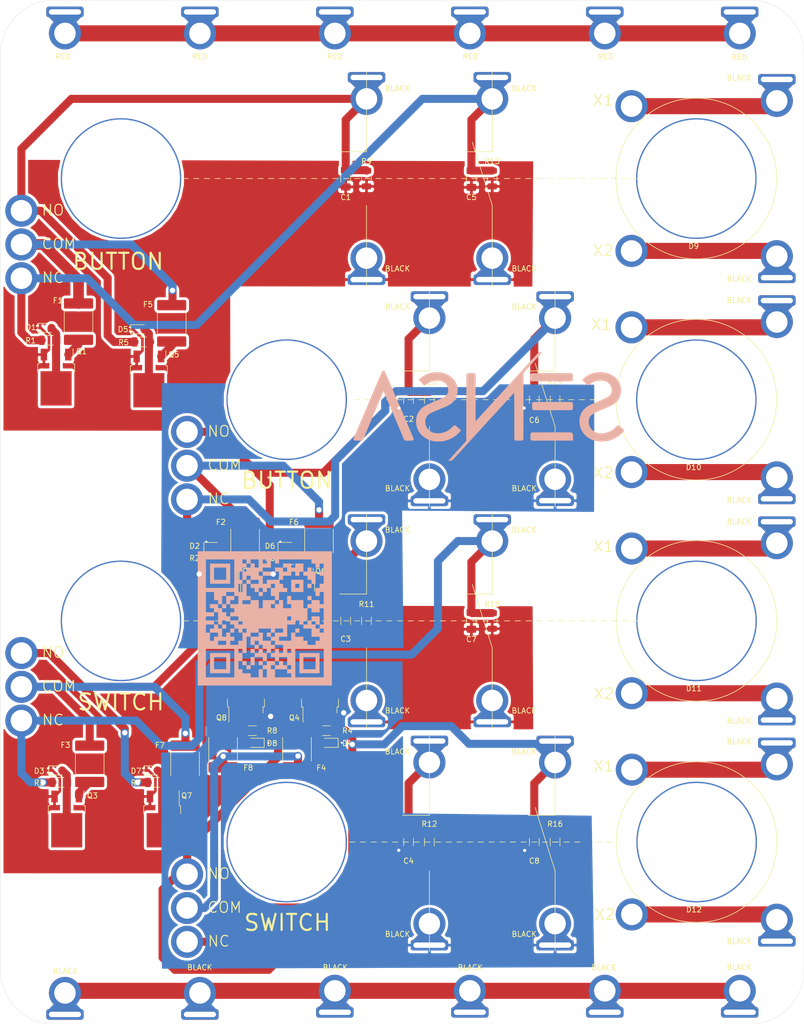
<source format=kicad_pcb>
(kicad_pcb (version 20171130) (host pcbnew "(5.1.9)-1")
  (layers (0 F.Cu signal) (31 B.Cu signal) (34 B.Paste user) (35 F.Paste user) (36 B.SilkS user) (37 F.SilkS user) (38 B.Mask user) (39 F.Mask user) (44 Edge.Cuts user))
  (net 0 "")
  (net 1 /PASS1_NO)
  (net 2 /IN1*)
  (net 3 /PASS2_NO)
  (net 4 /IN2*)
  (net 5 /IN3*)
  (net 6 /PASS3_NO)
  (net 7 /PASS4_NO)
  (net 8 /IN4*)
  (net 9 /PASS1_NC)
  (net 10 /PASS2_NC)
  (net 11 /PASS3_NC)
  (net 12 /PASS4_NC)
  (net 13 "Net-(D1-Pad2)")
  (net 14 "Net-(D2-Pad2)")
  (net 15 "Net-(D3-Pad2)")
  (net 16 "Net-(D4-Pad2)")
  (net 17 "Net-(D5-Pad2)")
  (net 18 "Net-(D6-Pad2)")
  (net 19 "Net-(D7-Pad2)")
  (net 20 "Net-(D8-Pad2)")
  (net 21 "Net-(D9-Pad2)")
  (net 22 "Net-(D9-Pad1)")
  (net 23 "Net-(D10-Pad1)")
  (net 24 "Net-(D10-Pad2)")
  (net 25 "Net-(D11-Pad2)")
  (net 26 "Net-(D11-Pad1)")
  (net 27 "Net-(D12-Pad1)")
  (net 28 "Net-(D12-Pad2)")
  (net 29 /IN1)
  (net 30 "Net-(F1-Pad1)")
  (net 31 "Net-(F2-Pad1)")
  (net 32 /IN2)
  (net 33 "Net-(F3-Pad1)")
  (net 34 /IN3)
  (net 35 "Net-(F4-Pad1)")
  (net 36 /IN4)
  (net 37 "Net-(F5-Pad1)")
  (net 38 "Net-(F6-Pad1)")
  (net 39 "Net-(F7-Pad1)")
  (net 40 "Net-(F8-Pad1)")
  (net 41 "Net-(J1-Pad1)")
  (net 42 "Net-(J10-Pad1)")
  (module additions:QRcode_Smaller (layer B.Cu) (at 80.61 146.71)
    (fp_text reference G*** hide)
    (fp_text value LOGO hide)
  )
  (module additions:logo7 (layer B.Cu) (at 122.48 107.19 180)
    (fp_text reference G*** hide)
    (fp_text value LOGO hide)
  )
  (module Capacitor_SMD:C_1206_3216Metric_Pad1.33x1.80mm_HandSolder (layer F.Cu) (at 95.725 64.65 270)
    (fp_text reference C1 (at 3.49 0 180) (layer F.SilkS))
    (fp_text value 1uF)
    (pad 1 smd roundrect (at -1.5625 0 270) (size 1.325 1.8) (layers F.Cu F.Paste F.Mask) (roundrect_rratio 0.1886769811320755) (net 1 /PASS1_NO))
    (pad 2 smd roundrect (at 1.5625 0 270) (size 1.325 1.8) (layers F.Cu F.Paste F.Mask) (roundrect_rratio 0.1886769811320755) (net 2 /IN1*))
  )
  (module Capacitor_SMD:C_1206_3216Metric_Pad1.33x1.80mm_HandSolder (layer F.Cu) (at 107.465 105.906666 270)
    (fp_text reference C2 (at 3.603334 0 180) (layer F.SilkS))
    (fp_text value 1uF)
    (pad 1 smd roundrect (at -1.5625 0 270) (size 1.325 1.8) (layers F.Cu F.Paste F.Mask) (roundrect_rratio 0.1886769811320755) (net 3 /PASS2_NO))
    (pad 2 smd roundrect (at 1.5625 0 270) (size 1.325 1.8) (layers F.Cu F.Paste F.Mask) (roundrect_rratio 0.1886769811320755) (net 4 /IN2*))
  )
  (module Capacitor_SMD:C_1206_3216Metric_Pad1.33x1.80mm_HandSolder (layer F.Cu) (at 95.725 147.163332 270)
    (fp_text reference C3 (at 3.366668 0 180) (layer F.SilkS))
    (fp_text value 1uF)
    (pad 2 smd roundrect (at 1.5625 0 270) (size 1.325 1.8) (layers F.Cu F.Paste F.Mask) (roundrect_rratio 0.1886769811320755) (net 5 /IN3*))
    (pad 1 smd roundrect (at -1.5625 0 270) (size 1.325 1.8) (layers F.Cu F.Paste F.Mask) (roundrect_rratio 0.1886769811320755) (net 6 /PASS3_NO))
  )
  (module Capacitor_SMD:C_1206_3216Metric_Pad1.33x1.80mm_HandSolder (layer F.Cu) (at 107.465 188.42 270)
    (fp_text reference C4 (at 3.51 0 180) (layer F.SilkS))
    (fp_text value 1uF)
    (pad 1 smd roundrect (at -1.5625 0 270) (size 1.325 1.8) (layers F.Cu F.Paste F.Mask) (roundrect_rratio 0.1886769811320755) (net 7 /PASS4_NO))
    (pad 2 smd roundrect (at 1.5625 0 270) (size 1.325 1.8) (layers F.Cu F.Paste F.Mask) (roundrect_rratio 0.1886769811320755) (net 8 /IN4*))
  )
  (module Capacitor_SMD:C_1206_3216Metric_Pad1.33x1.80mm_HandSolder (layer F.Cu) (at 119.195 64.73 270)
    (fp_text reference C5 (at 3.41 0 180) (layer F.SilkS))
    (fp_text value 1uF)
    (pad 2 smd roundrect (at 1.5625 0 270) (size 1.325 1.8) (layers F.Cu F.Paste F.Mask) (roundrect_rratio 0.1886769811320755) (net 2 /IN1*))
    (pad 1 smd roundrect (at -1.5625 0 270) (size 1.325 1.8) (layers F.Cu F.Paste F.Mask) (roundrect_rratio 0.1886769811320755) (net 9 /PASS1_NC))
  )
  (module Capacitor_SMD:C_1206_3216Metric_Pad1.33x1.80mm_HandSolder (layer F.Cu) (at 130.935 105.906666 270)
    (fp_text reference C6 (at 3.81 0 180) (layer F.SilkS))
    (fp_text value 1uF)
    (pad 1 smd roundrect (at -1.5625 0 270) (size 1.325 1.8) (layers F.Cu F.Paste F.Mask) (roundrect_rratio 0.1886769811320755) (net 10 /PASS2_NC))
    (pad 2 smd roundrect (at 1.5625 0 270) (size 1.325 1.8) (layers F.Cu F.Paste F.Mask) (roundrect_rratio 0.1886769811320755) (net 4 /IN2*))
  )
  (module Capacitor_SMD:C_1206_3216Metric_Pad1.33x1.80mm_HandSolder (layer F.Cu) (at 119.195 147.163332 270)
    (fp_text reference C7 (at 3.436668 0 180) (layer F.SilkS))
    (fp_text value 1uF)
    (pad 2 smd roundrect (at 1.5625 0 270) (size 1.325 1.8) (layers F.Cu F.Paste F.Mask) (roundrect_rratio 0.1886769811320755) (net 5 /IN3*))
    (pad 1 smd roundrect (at -1.5625 0 270) (size 1.325 1.8) (layers F.Cu F.Paste F.Mask) (roundrect_rratio 0.1886769811320755) (net 11 /PASS3_NC))
  )
  (module Capacitor_SMD:C_1206_3216Metric_Pad1.33x1.80mm_HandSolder (layer F.Cu) (at 130.935 188.42 270)
    (fp_text reference C8 (at 3.51 0 180) (layer F.SilkS))
    (fp_text value 1uF)
    (pad 2 smd roundrect (at 1.5625 0 270) (size 1.325 1.8) (layers F.Cu F.Paste F.Mask) (roundrect_rratio 0.1886769811320755) (net 8 /IN4*))
    (pad 1 smd roundrect (at -1.5625 0 270) (size 1.325 1.8) (layers F.Cu F.Paste F.Mask) (roundrect_rratio 0.1886769811320755) (net 12 /PASS4_NC))
  )
  (module Diode_SMD:D_SOD-323 (layer F.Cu) (at 39.75 92.51)
    (fp_text reference D1 (at -2.8 -0.11) (layer F.SilkS))
    (fp_text value D_Zener)
    (pad 2 smd rect (at 1.05 0) (size 0.6 0.45) (layers F.Cu F.Paste F.Mask) (net 13 "Net-(D1-Pad2)"))
    (pad 1 smd rect (at -1.05 0) (size 0.6 0.45) (layers F.Cu F.Paste F.Mask) (net 2 /IN1*))
  )
  (module Diode_SMD:D_SOD-323 (layer F.Cu) (at 70.75 133.38)
    (fp_text reference D2 (at -3.23 -0.19) (layer F.SilkS))
    (fp_text value D_Zener)
    (pad 1 smd rect (at -1.05 0) (size 0.6 0.45) (layers F.Cu F.Paste F.Mask) (net 4 /IN2*))
    (pad 2 smd rect (at 1.05 0) (size 0.6 0.45) (layers F.Cu F.Paste F.Mask) (net 14 "Net-(D2-Pad2)"))
  )
  (module Diode_SMD:D_SOD-323 (layer F.Cu) (at 41.74 175.06)
    (fp_text reference D3 (at -3.23 0.1) (layer F.SilkS))
    (fp_text value D_Zener)
    (pad 1 smd rect (at -1.05 0) (size 0.6 0.45) (layers F.Cu F.Paste F.Mask) (net 5 /IN3*))
    (pad 2 smd rect (at 1.05 0) (size 0.6 0.45) (layers F.Cu F.Paste F.Mask) (net 15 "Net-(D3-Pad2)"))
  )
  (module Diode_SMD:D_SOD-323 (layer F.Cu) (at 92.82 169.9 180)
    (fp_text reference D4 (at -3.23 -0.1) (layer F.SilkS))
    (fp_text value D_Zener)
    (pad 2 smd rect (at 1.05 0 180) (size 0.6 0.45) (layers F.Cu F.Paste F.Mask) (net 16 "Net-(D4-Pad2)"))
    (pad 1 smd rect (at -1.05 0 180) (size 0.6 0.45) (layers F.Cu F.Paste F.Mask) (net 8 /IN4*))
  )
  (module Diode_SMD:D_SOD-323 (layer F.Cu) (at 57.073811 92.77)
    (fp_text reference D5 (at -2.913811 0.02) (layer F.SilkS))
    (fp_text value D_Zener)
    (pad 1 smd rect (at -1.05 0) (size 0.6 0.45) (layers F.Cu F.Paste F.Mask) (net 2 /IN1*))
    (pad 2 smd rect (at 1.05 0) (size 0.6 0.45) (layers F.Cu F.Paste F.Mask) (net 17 "Net-(D5-Pad2)"))
  )
  (module Diode_SMD:D_SOD-323 (layer F.Cu) (at 84.57 133.38)
    (fp_text reference D6 (at -2.98 -0.19) (layer F.SilkS))
    (fp_text value D_Zener)
    (pad 1 smd rect (at -1.05 0) (size 0.6 0.45) (layers F.Cu F.Paste F.Mask) (net 4 /IN2*))
    (pad 2 smd rect (at 1.05 0) (size 0.6 0.45) (layers F.Cu F.Paste F.Mask) (net 18 "Net-(D6-Pad2)"))
  )
  (module Diode_SMD:D_SOD-323 (layer F.Cu) (at 59.56 175.06)
    (fp_text reference D7 (at -2.98 0.1) (layer F.SilkS))
    (fp_text value D_Zener)
    (pad 2 smd rect (at 1.05 0) (size 0.6 0.45) (layers F.Cu F.Paste F.Mask) (net 19 "Net-(D7-Pad2)"))
    (pad 1 smd rect (at -1.05 0) (size 0.6 0.45) (layers F.Cu F.Paste F.Mask) (net 5 /IN3*))
  )
  (module Diode_SMD:D_SOD-323 (layer F.Cu) (at 79 169.9 180)
    (fp_text reference D8 (at -2.98 -0.1) (layer F.SilkS))
    (fp_text value D_Zener)
    (pad 2 smd rect (at 1.05 0 180) (size 0.6 0.45) (layers F.Cu F.Paste F.Mask) (net 20 "Net-(D8-Pad2)"))
    (pad 1 smd rect (at -1.05 0 180) (size 0.6 0.45) (layers F.Cu F.Paste F.Mask) (net 8 /IN4*))
  )
  (module additions:bulb (layer F.Cu) (at 161.19 64.65 180)
    (fp_text reference D9 (at 0.5 -12.6) (layer F.SilkS))
    (fp_text value LED)
    (fp_text user X2 (at 17.36 -13.45) (layer F.SilkS) (effects (font (size 2 2) (thickness 0.2))))
    (fp_text user X1 (at 17.4 14.61) (layer F.SilkS) (effects (font (size 2 2) (thickness 0.2))))
    (pad "" thru_hole circle (at 0 0 180) (size 22.5 22.5) (drill 22) (layers *.Cu *.Mask))
    (pad 2 thru_hole circle (at 12.1 -13.5 180) (size 6 6) (drill 4) (layers *.Cu *.Mask) (net 21 "Net-(D9-Pad2)"))
    (pad 1 thru_hole circle (at 12.1 13.5 180) (size 6 6) (drill 4) (layers *.Cu *.Mask) (net 22 "Net-(D9-Pad1)"))
  )
  (module additions:bulb (layer F.Cu) (at 161.19 105.906666 180)
    (fp_text reference D10 (at 0.5 -12.6) (layer F.SilkS))
    (fp_text value LED)
    (fp_text user X1 (at 17.71 14.003334) (layer F.SilkS) (effects (font (size 2 2) (thickness 0.2))))
    (fp_text user X2 (at 17.36 -13.646666) (layer F.SilkS) (effects (font (size 2 2) (thickness 0.2))))
    (pad 1 thru_hole circle (at 12.1 13.5 180) (size 6 6) (drill 4) (layers *.Cu *.Mask) (net 23 "Net-(D10-Pad1)"))
    (pad 2 thru_hole circle (at 12.1 -13.5 180) (size 6 6) (drill 4) (layers *.Cu *.Mask) (net 24 "Net-(D10-Pad2)"))
    (pad "" thru_hole circle (at 0 0 180) (size 22.5 22.5) (drill 22) (layers *.Cu *.Mask))
  )
  (module additions:bulb (layer F.Cu) (at 161.23 147.163332 180)
    (fp_text reference D11 (at 0.5 -12.6) (layer F.SilkS))
    (fp_text value LED)
    (fp_text user X2 (at 17.28 -13.583332) (layer F.SilkS) (effects (font (size 2 2) (thickness 0.2))))
    (fp_text user X1 (at 17.38 13.876668) (layer F.SilkS) (effects (font (size 2 2) (thickness 0.2))))
    (pad "" thru_hole circle (at 0 0 180) (size 22.5 22.5) (drill 22) (layers *.Cu *.Mask))
    (pad 2 thru_hole circle (at 12.1 -13.5 180) (size 6 6) (drill 4) (layers *.Cu *.Mask) (net 25 "Net-(D11-Pad2)"))
    (pad 1 thru_hole circle (at 12.1 13.5 180) (size 6 6) (drill 4) (layers *.Cu *.Mask) (net 26 "Net-(D11-Pad1)"))
  )
  (module additions:bulb (layer F.Cu) (at 161.25 188.42 180)
    (fp_text reference D12 (at 0.5 -12.6) (layer F.SilkS))
    (fp_text value LED)
    (fp_text user X1 (at 17.38 14.16) (layer F.SilkS) (effects (font (size 2 2) (thickness 0.2))))
    (fp_text user X2 (at 17.15 -13.5) (layer F.SilkS) (effects (font (size 2 2) (thickness 0.2))))
    (pad 1 thru_hole circle (at 12.1 13.5 180) (size 6 6) (drill 4) (layers *.Cu *.Mask) (net 27 "Net-(D12-Pad1)"))
    (pad 2 thru_hole circle (at 12.1 -13.5 180) (size 6 6) (drill 4) (layers *.Cu *.Mask) (net 28 "Net-(D12-Pad2)"))
    (pad "" thru_hole circle (at 0 0 180) (size 22.5 22.5) (drill 22) (layers *.Cu *.Mask))
  )
  (module Fuse:Fuse_2920_7451Metric (layer F.Cu) (at 45.84 91.34 90)
    (fp_text reference F1 (at 3.94 -3.87 180) (layer F.SilkS))
    (fp_text value Fuse)
    (pad 2 smd roundrect (at 3.3875 0 90) (size 1.925 5.45) (layers F.Cu F.Paste F.Mask) (roundrect_rratio 0.1298696103896104) (net 29 /IN1))
    (pad 1 smd roundrect (at -3.3875 0 90) (size 1.925 5.45) (layers F.Cu F.Paste F.Mask) (roundrect_rratio 0.1298696103896104) (net 30 "Net-(F1-Pad1)"))
  )
  (module Fuse:Fuse_2920_7451Metric (layer F.Cu) (at 76.94 132.26 90)
    (fp_text reference F2 (at 3.53 -4.53 180) (layer F.SilkS))
    (fp_text value Fuse)
    (pad 1 smd roundrect (at -3.3875 0 90) (size 1.925 5.45) (layers F.Cu F.Paste F.Mask) (roundrect_rratio 0.1298696103896104) (net 31 "Net-(F2-Pad1)"))
    (pad 2 smd roundrect (at 3.3875 0 90) (size 1.925 5.45) (layers F.Cu F.Paste F.Mask) (roundrect_rratio 0.1298696103896104) (net 32 /IN2))
  )
  (module Fuse:Fuse_2920_7451Metric (layer F.Cu) (at 47.93 173.82 90)
    (fp_text reference F3 (at 3.5 -4.53 180) (layer F.SilkS))
    (fp_text value Fuse)
    (pad 1 smd roundrect (at -3.3875 0 90) (size 1.925 5.45) (layers F.Cu F.Paste F.Mask) (roundrect_rratio 0.1298696103896104) (net 33 "Net-(F3-Pad1)"))
    (pad 2 smd roundrect (at 3.3875 0 90) (size 1.925 5.45) (layers F.Cu F.Paste F.Mask) (roundrect_rratio 0.1298696103896104) (net 34 /IN3))
  )
  (module Fuse:Fuse_2920_7451Metric (layer F.Cu) (at 86.63 171.1 270)
    (fp_text reference F4 (at 3.47 -4.53 180) (layer F.SilkS))
    (fp_text value Fuse)
    (pad 1 smd roundrect (at -3.3875 0 270) (size 1.925 5.45) (layers F.Cu F.Paste F.Mask) (roundrect_rratio 0.1298696103896104) (net 35 "Net-(F4-Pad1)"))
    (pad 2 smd roundrect (at 3.3875 0 270) (size 1.925 5.45) (layers F.Cu F.Paste F.Mask) (roundrect_rratio 0.1298696103896104) (net 36 /IN4))
  )
  (module Fuse:Fuse_2920_7451Metric (layer F.Cu) (at 63.24 91.66 90)
    (fp_text reference F5 (at 3.52 -4.44 180) (layer F.SilkS))
    (fp_text value Fuse)
    (pad 1 smd roundrect (at -3.3875 0 90) (size 1.925 5.45) (layers F.Cu F.Paste F.Mask) (roundrect_rratio 0.1298696103896104) (net 37 "Net-(F5-Pad1)"))
    (pad 2 smd roundrect (at 3.3875 0 90) (size 1.925 5.45) (layers F.Cu F.Paste F.Mask) (roundrect_rratio 0.1298696103896104) (net 29 /IN1))
  )
  (module Fuse:Fuse_2920_7451Metric (layer F.Cu) (at 90.74 132.26 90)
    (fp_text reference F6 (at 3.53 -4.7 180) (layer F.SilkS))
    (fp_text value Fuse)
    (pad 2 smd roundrect (at 3.3875 0 90) (size 1.925 5.45) (layers F.Cu F.Paste F.Mask) (roundrect_rratio 0.1298696103896104) (net 32 /IN2))
    (pad 1 smd roundrect (at -3.3875 0 90) (size 1.925 5.45) (layers F.Cu F.Paste F.Mask) (roundrect_rratio 0.1298696103896104) (net 38 "Net-(F6-Pad1)"))
  )
  (module Fuse:Fuse_2920_7451Metric (layer F.Cu) (at 65.73 173.82 90)
    (fp_text reference F7 (at 3.47 -4.7 180) (layer F.SilkS))
    (fp_text value Fuse)
    (pad 2 smd roundrect (at 3.3875 0 90) (size 1.925 5.45) (layers F.Cu F.Paste F.Mask) (roundrect_rratio 0.1298696103896104) (net 34 /IN3))
    (pad 1 smd roundrect (at -3.3875 0 90) (size 1.925 5.45) (layers F.Cu F.Paste F.Mask) (roundrect_rratio 0.1298696103896104) (net 39 "Net-(F7-Pad1)"))
  )
  (module Fuse:Fuse_2920_7451Metric (layer F.Cu) (at 72.83 171.1 270)
    (fp_text reference F8 (at 3.47 -4.7 180) (layer F.SilkS))
    (fp_text value Fuse)
    (pad 2 smd roundrect (at 3.3875 0 270) (size 1.925 5.45) (layers F.Cu F.Paste F.Mask) (roundrect_rratio 0.1298696103896104) (net 36 /IN4))
    (pad 1 smd roundrect (at -3.3875 0 270) (size 1.925 5.45) (layers F.Cu F.Paste F.Mask) (roundrect_rratio 0.1298696103896104) (net 40 "Net-(F8-Pad1)"))
  )
  (module additions:BananaPlug_custom (layer F.Cu) (at 43.31 216.57)
    (fp_text reference BLACK (at 0.08 -4.102777) (layer F.SilkS))
    (fp_text value -)
    (pad 1 thru_hole roundrect (at 0 4 270) (size 2 7) (drill oval 1 6) (layers *.Cu *.Mask) (net 41 "Net-(J1-Pad1)"))
    (pad 1 thru_hole custom (at 0 0) (size 6 6) (drill 4) (layers *.Cu *.Mask) (net 41 "Net-(J1-Pad1)") (options (clearance outline) (anchor circle)) (primitives (gr_poly (pts (xy 0 0) (xy 3 3) (xy 0 3)) (width 0)) (gr_poly (pts (xy 0 0) (xy 0 3) (xy -3 3)) (width 0))))
  )
  (module additions:BananaPlug_custom (layer F.Cu) (at 43.31 37.57 180)
    (fp_text reference RED (at 0.39 -4.32) (layer F.SilkS))
    (fp_text value +)
    (pad 1 thru_hole custom (at 0 0 180) (size 6 6) (drill 4) (layers *.Cu *.Mask) (net 42 "Net-(J10-Pad1)") (options (clearance outline) (anchor circle)) (primitives (gr_poly (pts (xy 0 0) (xy 3 3) (xy 0 3)) (width 0)) (gr_poly (pts (xy 0 0) (xy 0 3) (xy -3 3)) (width 0))))
    (pad 1 thru_hole roundrect (at 0 4 90) (size 2 7) (drill oval 1 6) (layers *.Cu *.Mask) (net 42 "Net-(J10-Pad1)"))
  )
  (module additions:BananaPlug_custom (layer F.Cu) (at 68.508 216.57)
    (fp_text reference BLACK (at -0.03 -4.76) (layer F.SilkS))
    (fp_text value -)
    (pad 1 thru_hole custom (at 0 0) (size 6 6) (drill 4) (layers *.Cu *.Mask) (net 41 "Net-(J1-Pad1)") (options (clearance outline) (anchor circle)) (primitives (gr_poly (pts (xy 0 0) (xy 3 3) (xy 0 3)) (width 0)) (gr_poly (pts (xy 0 0) (xy 0 3) (xy -3 3)) (width 0))))
    (pad 1 thru_hole roundrect (at 0 4 270) (size 2 7) (drill oval 1 6) (layers *.Cu *.Mask) (net 41 "Net-(J1-Pad1)"))
  )
  (module additions:BananaPlug_custom (layer F.Cu) (at 68.508 37.57 180)
    (fp_text reference RED (at 0.02 -4.29) (layer F.SilkS))
    (fp_text value +)
    (pad 1 thru_hole roundrect (at 0 4 90) (size 2 7) (drill oval 1 6) (layers *.Cu *.Mask) (net 42 "Net-(J10-Pad1)"))
    (pad 1 thru_hole custom (at 0 0 180) (size 6 6) (drill 4) (layers *.Cu *.Mask) (net 42 "Net-(J10-Pad1)") (options (clearance outline) (anchor circle)) (primitives (gr_poly (pts (xy 0 0) (xy 3 3) (xy 0 3)) (width 0)) (gr_poly (pts (xy 0 0) (xy 0 3) (xy -3 3)) (width 0))))
  )
  (module additions:BananaPlug_custom (layer F.Cu) (at 93.706 216.17)
    (fp_text reference BLACK (at 0.08 -4.36) (layer F.SilkS))
    (fp_text value -)
    (pad 1 thru_hole roundrect (at 0 4 270) (size 2 7) (drill oval 1 6) (layers *.Cu *.Mask) (net 41 "Net-(J1-Pad1)"))
    (pad 1 thru_hole custom (at 0 0) (size 6 6) (drill 4) (layers *.Cu *.Mask) (net 41 "Net-(J1-Pad1)") (options (clearance outline) (anchor circle)) (primitives (gr_poly (pts (xy 0 0) (xy 3 3) (xy 0 3)) (width 0)) (gr_poly (pts (xy 0 0) (xy 0 3) (xy -3 3)) (width 0))))
  )
  (module additions:BananaPlug_custom (layer F.Cu) (at 93.706 37.57 180)
    (fp_text reference RED (at 0 -4.29) (layer F.SilkS))
    (fp_text value +)
    (pad 1 thru_hole custom (at 0 0 180) (size 6 6) (drill 4) (layers *.Cu *.Mask) (net 42 "Net-(J10-Pad1)") (options (clearance outline) (anchor circle)) (primitives (gr_poly (pts (xy 0 0) (xy 3 3) (xy 0 3)) (width 0)) (gr_poly (pts (xy 0 0) (xy 0 3) (xy -3 3)) (width 0))))
    (pad 1 thru_hole roundrect (at 0 4 90) (size 2 7) (drill oval 1 6) (layers *.Cu *.Mask) (net 42 "Net-(J10-Pad1)"))
  )
  (module additions:BananaPlug_custom (layer F.Cu) (at 118.904 216.17)
    (fp_text reference BLACK (at 0.08 -4.36) (layer F.SilkS))
    (fp_text value -)
    (pad 1 thru_hole custom (at 0 0) (size 6 6) (drill 4) (layers *.Cu *.Mask) (net 41 "Net-(J1-Pad1)") (options (clearance outline) (anchor circle)) (primitives (gr_poly (pts (xy 0 0) (xy 3 3) (xy 0 3)) (width 0)) (gr_poly (pts (xy 0 0) (xy 0 3) (xy -3 3)) (width 0))))
    (pad 1 thru_hole roundrect (at 0 4 270) (size 2 7) (drill oval 1 6) (layers *.Cu *.Mask) (net 41 "Net-(J1-Pad1)"))
  )
  (module additions:BananaPlug_custom (layer F.Cu) (at 118.904 37.57 180)
    (fp_text reference RED (at -0.11 -4.29) (layer F.SilkS))
    (fp_text value +)
    (pad 1 thru_hole roundrect (at 0 4 90) (size 2 7) (drill oval 1 6) (layers *.Cu *.Mask) (net 42 "Net-(J10-Pad1)"))
    (pad 1 thru_hole custom (at 0 0 180) (size 6 6) (drill 4) (layers *.Cu *.Mask) (net 42 "Net-(J10-Pad1)") (options (clearance outline) (anchor circle)) (primitives (gr_poly (pts (xy 0 0) (xy 3 3) (xy 0 3)) (width 0)) (gr_poly (pts (xy 0 0) (xy 0 3) (xy -3 3)) (width 0))))
  )
  (module additions:BananaPlug_custom (layer F.Cu) (at 144.102 216.17)
    (fp_text reference BLACK (at -0.16 -4.36) (layer F.SilkS))
    (fp_text value -)
    (pad 1 thru_hole roundrect (at 0 4 270) (size 2 7) (drill oval 1 6) (layers *.Cu *.Mask) (net 41 "Net-(J1-Pad1)"))
    (pad 1 thru_hole custom (at 0 0) (size 6 6) (drill 4) (layers *.Cu *.Mask) (net 41 "Net-(J1-Pad1)") (options (clearance outline) (anchor circle)) (primitives (gr_poly (pts (xy 0 0) (xy 3 3) (xy 0 3)) (width 0)) (gr_poly (pts (xy 0 0) (xy 0 3) (xy -3 3)) (width 0))))
  )
  (module additions:BananaPlug_custom (layer F.Cu) (at 144.102 37.57 180)
    (fp_text reference RED (at -0.15 -4.29) (layer F.SilkS))
    (fp_text value +)
    (pad 1 thru_hole custom (at 0 0 180) (size 6 6) (drill 4) (layers *.Cu *.Mask) (net 42 "Net-(J10-Pad1)") (options (clearance outline) (anchor circle)) (primitives (gr_poly (pts (xy 0 0) (xy 3 3) (xy 0 3)) (width 0)) (gr_poly (pts (xy 0 0) (xy 0 3) (xy -3 3)) (width 0))))
    (pad 1 thru_hole roundrect (at 0 4 90) (size 2 7) (drill oval 1 6) (layers *.Cu *.Mask) (net 42 "Net-(J10-Pad1)"))
  )
  (module additions:BananaPlug_custom (layer F.Cu) (at 169.3 216.17)
    (fp_text reference BLACK (at -0.08 -4.412777) (layer F.SilkS))
    (fp_text value -)
    (pad 1 thru_hole custom (at 0 0) (size 6 6) (drill 4) (layers *.Cu *.Mask) (net 41 "Net-(J1-Pad1)") (options (clearance outline) (anchor circle)) (primitives (gr_poly (pts (xy 0 0) (xy 3 3) (xy 0 3)) (width 0)) (gr_poly (pts (xy 0 0) (xy 0 3) (xy -3 3)) (width 0))))
    (pad 1 thru_hole roundrect (at 0 4 270) (size 2 7) (drill oval 1 6) (layers *.Cu *.Mask) (net 41 "Net-(J1-Pad1)"))
  )
  (module additions:BananaPlug_custom (layer F.Cu) (at 169.3 37.57 180)
    (fp_text reference RED (at 0.08 -4.45) (layer F.SilkS))
    (fp_text value +)
    (pad 1 thru_hole roundrect (at 0 4 90) (size 2 7) (drill oval 1 6) (layers *.Cu *.Mask) (net 42 "Net-(J10-Pad1)"))
    (pad 1 thru_hole custom (at 0 0 180) (size 6 6) (drill 4) (layers *.Cu *.Mask) (net 42 "Net-(J10-Pad1)") (options (clearance outline) (anchor circle)) (primitives (gr_poly (pts (xy 0 0) (xy 3 3) (xy 0 3)) (width 0)) (gr_poly (pts (xy 0 0) (xy 0 3) (xy -3 3)) (width 0))))
  )
  (module additions:BananaPlug_custom (layer F.Cu) (at 99.61 49.79 180)
    (fp_text reference BLACK (at -5.79 1.96) (layer F.SilkS))
    (fp_text value NO)
    (pad 1 thru_hole roundrect (at 0 4 90) (size 2 7) (drill oval 1 6) (layers *.Cu *.Mask) (net 1 /PASS1_NO))
    (pad 1 thru_hole custom (at 0 0 180) (size 6 6) (drill 4) (layers *.Cu *.Mask) (net 1 /PASS1_NO) (options (clearance outline) (anchor circle)) (primitives (gr_poly (pts (xy 0 0) (xy 3 3) (xy 0 3)) (width 0)) (gr_poly (pts (xy 0 0) (xy 0 3) (xy -3 3)) (width 0))))
  )
  (module additions:BananaPlug_custom (layer F.Cu) (at 111.35 90.68 180)
    (fp_text reference BLACK (at 5.95 2.13) (layer F.SilkS))
    (fp_text value NO)
    (pad 1 thru_hole custom (at 0 0 180) (size 6 6) (drill 4) (layers *.Cu *.Mask) (net 3 /PASS2_NO) (options (clearance outline) (anchor circle)) (primitives (gr_poly (pts (xy 0 0) (xy 3 3) (xy 0 3)) (width 0)) (gr_poly (pts (xy 0 0) (xy 0 3) (xy -3 3)) (width 0))))
    (pad 1 thru_hole roundrect (at 0 4 90) (size 2 7) (drill oval 1 6) (layers *.Cu *.Mask) (net 3 /PASS2_NO))
  )
  (module additions:BananaPlug_custom (layer F.Cu) (at 99.61 79.5)
    (fp_text reference BLACK (at 5.79 1.95) (layer F.SilkS))
    (fp_text value COM)
    (pad 1 thru_hole custom (at 0 0) (size 6 6) (drill 4) (layers *.Cu *.Mask) (net 2 /IN1*) (options (clearance outline) (anchor circle)) (primitives (gr_poly (pts (xy 0 0) (xy 3 3) (xy 0 3)) (width 0)) (gr_poly (pts (xy 0 0) (xy 0 3) (xy -3 3)) (width 0))))
    (pad 1 thru_hole roundrect (at 0 4 270) (size 2 7) (drill oval 1 6) (layers *.Cu *.Mask) (net 2 /IN1*))
  )
  (module additions:BananaPlug_custom (layer F.Cu) (at 111.35 120.77)
    (fp_text reference BLACK (at -5.95 1.68) (layer F.SilkS))
    (fp_text value COM)
    (pad 1 thru_hole custom (at 0 0) (size 6 6) (drill 4) (layers *.Cu *.Mask) (net 4 /IN2*) (options (clearance outline) (anchor circle)) (primitives (gr_poly (pts (xy 0 0) (xy 3 3) (xy 0 3)) (width 0)) (gr_poly (pts (xy 0 0) (xy 0 3) (xy -3 3)) (width 0))))
    (pad 1 thru_hole roundrect (at 0 4 270) (size 2 7) (drill oval 1 6) (layers *.Cu *.Mask) (net 4 /IN2*))
  )
  (module additions:BananaPlug_custom (layer F.Cu) (at 99.61 132.27 180)
    (fp_text reference BLACK (at -5.79 2.08) (layer F.SilkS))
    (fp_text value NO)
    (pad 1 thru_hole custom (at 0 0 180) (size 6 6) (drill 4) (layers *.Cu *.Mask) (net 6 /PASS3_NO) (options (clearance outline) (anchor circle)) (primitives (gr_poly (pts (xy 0 0) (xy 3 3) (xy 0 3)) (width 0)) (gr_poly (pts (xy 0 0) (xy 0 3) (xy -3 3)) (width 0))))
    (pad 1 thru_hole roundrect (at 0 4 90) (size 2 7) (drill oval 1 6) (layers *.Cu *.Mask) (net 6 /PASS3_NO))
  )
  (module additions:BananaPlug_custom (layer F.Cu) (at 111.35 173.57 180)
    (fp_text reference BLACK (at 5.95 2.02) (layer F.SilkS))
    (fp_text value NO)
    (pad 1 thru_hole roundrect (at 0 4 90) (size 2 7) (drill oval 1 6) (layers *.Cu *.Mask) (net 7 /PASS4_NO))
    (pad 1 thru_hole custom (at 0 0 180) (size 6 6) (drill 4) (layers *.Cu *.Mask) (net 7 /PASS4_NO) (options (clearance outline) (anchor circle)) (primitives (gr_poly (pts (xy 0 0) (xy 3 3) (xy 0 3)) (width 0)) (gr_poly (pts (xy 0 0) (xy 0 3) (xy -3 3)) (width 0))))
  )
  (module additions:BananaPlug_custom (layer F.Cu) (at 99.61 162.01)
    (fp_text reference BLACK (at 5.79 1.9) (layer F.SilkS))
    (fp_text value COM)
    (pad 1 thru_hole roundrect (at 0 4 270) (size 2 7) (drill oval 1 6) (layers *.Cu *.Mask) (net 5 /IN3*))
    (pad 1 thru_hole custom (at 0 0) (size 6 6) (drill 4) (layers *.Cu *.Mask) (net 5 /IN3*) (options (clearance outline) (anchor circle)) (primitives (gr_poly (pts (xy 0 0) (xy 3 3) (xy 0 3)) (width 0)) (gr_poly (pts (xy 0 0) (xy 0 3) (xy -3 3)) (width 0))))
  )
  (module additions:BananaPlug_custom (layer F.Cu) (at 111.35 203.65)
    (fp_text reference BLACK (at -5.95 1.95) (layer F.SilkS))
    (fp_text value COM)
    (pad 1 thru_hole roundrect (at 0 4 270) (size 2 7) (drill oval 1 6) (layers *.Cu *.Mask) (net 8 /IN4*))
    (pad 1 thru_hole custom (at 0 0) (size 6 6) (drill 4) (layers *.Cu *.Mask) (net 8 /IN4*) (options (clearance outline) (anchor circle)) (primitives (gr_poly (pts (xy 0 0) (xy 3 3) (xy 0 3)) (width 0)) (gr_poly (pts (xy 0 0) (xy 0 3) (xy -3 3)) (width 0))))
  )
  (module additions:BananaPlug_custom (layer F.Cu) (at 123.08 49.79 180)
    (fp_text reference BLACK (at -5.97 1.96) (layer F.SilkS))
    (fp_text value NO)
    (pad 1 thru_hole custom (at 0 0 180) (size 6 6) (drill 4) (layers *.Cu *.Mask) (net 9 /PASS1_NC) (options (clearance outline) (anchor circle)) (primitives (gr_poly (pts (xy 0 0) (xy 3 3) (xy 0 3)) (width 0)) (gr_poly (pts (xy 0 0) (xy 0 3) (xy -3 3)) (width 0))))
    (pad 1 thru_hole roundrect (at 0 4 90) (size 2 7) (drill oval 1 6) (layers *.Cu *.Mask) (net 9 /PASS1_NC))
  )
  (module additions:BananaPlug_custom (layer F.Cu) (at 134.82 90.68 180)
    (fp_text reference BLACK (at 5.77 2.13) (layer F.SilkS))
    (fp_text value NO)
    (pad 1 thru_hole custom (at 0 0 180) (size 6 6) (drill 4) (layers *.Cu *.Mask) (net 10 /PASS2_NC) (options (clearance outline) (anchor circle)) (primitives (gr_poly (pts (xy 0 0) (xy 3 3) (xy 0 3)) (width 0)) (gr_poly (pts (xy 0 0) (xy 0 3) (xy -3 3)) (width 0))))
    (pad 1 thru_hole roundrect (at 0 4 90) (size 2 7) (drill oval 1 6) (layers *.Cu *.Mask) (net 10 /PASS2_NC))
  )
  (module additions:BananaPlug_custom (layer F.Cu) (at 123.08 79.5)
    (fp_text reference BLACK (at 5.97 1.95) (layer F.SilkS))
    (fp_text value COM)
    (pad 1 thru_hole roundrect (at 0 4 270) (size 2 7) (drill oval 1 6) (layers *.Cu *.Mask) (net 2 /IN1*))
    (pad 1 thru_hole custom (at 0 0) (size 6 6) (drill 4) (layers *.Cu *.Mask) (net 2 /IN1*) (options (clearance outline) (anchor circle)) (primitives (gr_poly (pts (xy 0 0) (xy 3 3) (xy 0 3)) (width 0)) (gr_poly (pts (xy 0 0) (xy 0 3) (xy -3 3)) (width 0))))
  )
  (module additions:BananaPlug_custom (layer F.Cu) (at 134.82 120.74)
    (fp_text reference BLACK (at -5.77 1.71) (layer F.SilkS))
    (fp_text value COM)
    (pad 1 thru_hole roundrect (at 0 4 270) (size 2 7) (drill oval 1 6) (layers *.Cu *.Mask) (net 4 /IN2*))
    (pad 1 thru_hole custom (at 0 0) (size 6 6) (drill 4) (layers *.Cu *.Mask) (net 4 /IN2*) (options (clearance outline) (anchor circle)) (primitives (gr_poly (pts (xy 0 0) (xy 3 3) (xy 0 3)) (width 0)) (gr_poly (pts (xy 0 0) (xy 0 3) (xy -3 3)) (width 0))))
  )
  (module additions:BananaPlug_custom (layer F.Cu) (at 123.08 132.27 180)
    (fp_text reference BLACK (at -5.97 2.08) (layer F.SilkS))
    (fp_text value NO)
    (pad 1 thru_hole roundrect (at 0 4 90) (size 2 7) (drill oval 1 6) (layers *.Cu *.Mask) (net 11 /PASS3_NC))
    (pad 1 thru_hole custom (at 0 0 180) (size 6 6) (drill 4) (layers *.Cu *.Mask) (net 11 /PASS3_NC) (options (clearance outline) (anchor circle)) (primitives (gr_poly (pts (xy 0 0) (xy 3 3) (xy 0 3)) (width 0)) (gr_poly (pts (xy 0 0) (xy 0 3) (xy -3 3)) (width 0))))
  )
  (module additions:BananaPlug_custom (layer F.Cu) (at 134.82 173.58 180)
    (fp_text reference BLACK (at 5.77 2.03) (layer F.SilkS))
    (fp_text value NO)
    (pad 1 thru_hole custom (at 0 0 180) (size 6 6) (drill 4) (layers *.Cu *.Mask) (net 12 /PASS4_NC) (options (clearance outline) (anchor circle)) (primitives (gr_poly (pts (xy 0 0) (xy 3 3) (xy 0 3)) (width 0)) (gr_poly (pts (xy 0 0) (xy 0 3) (xy -3 3)) (width 0))))
    (pad 1 thru_hole roundrect (at 0 4 90) (size 2 7) (drill oval 1 6) (layers *.Cu *.Mask) (net 12 /PASS4_NC))
  )
  (module additions:BananaPlug_custom (layer F.Cu) (at 123.08 162)
    (fp_text reference BLACK (at 5.97 1.91) (layer F.SilkS))
    (fp_text value COM)
    (pad 1 thru_hole custom (at 0 0) (size 6 6) (drill 4) (layers *.Cu *.Mask) (net 5 /IN3*) (options (clearance outline) (anchor circle)) (primitives (gr_poly (pts (xy 0 0) (xy 3 3) (xy 0 3)) (width 0)) (gr_poly (pts (xy 0 0) (xy 0 3) (xy -3 3)) (width 0))))
    (pad 1 thru_hole roundrect (at 0 4 270) (size 2 7) (drill oval 1 6) (layers *.Cu *.Mask) (net 5 /IN3*))
  )
  (module additions:BananaPlug_custom (layer F.Cu) (at 134.82 203.64)
    (fp_text reference BLACK (at -5.77 1.96) (layer F.SilkS))
    (fp_text value COM)
    (pad 1 thru_hole roundrect (at 0 4 270) (size 2 7) (drill oval 1 6) (layers *.Cu *.Mask) (net 8 /IN4*))
    (pad 1 thru_hole custom (at 0 0) (size 6 6) (drill 4) (layers *.Cu *.Mask) (net 8 /IN4*) (options (clearance outline) (anchor circle)) (primitives (gr_poly (pts (xy 0 0) (xy 3 3) (xy 0 3)) (width 0)) (gr_poly (pts (xy 0 0) (xy 0 3) (xy -3 3)) (width 0))))
  )
  (module additions:BananaPlug_custom (layer F.Cu) (at 176.22 50.157223 180)
    (fp_text reference BLACK (at 7 4.277223) (layer F.SilkS))
    (fp_text value X2)
    (pad 1 thru_hole roundrect (at 0 4 90) (size 2 7) (drill oval 1 6) (layers *.Cu *.Mask) (net 22 "Net-(D9-Pad1)"))
    (pad 1 thru_hole custom (at 0 0 180) (size 6 6) (drill 4) (layers *.Cu *.Mask) (net 22 "Net-(D9-Pad1)") (options (clearance outline) (anchor circle)) (primitives (gr_poly (pts (xy 0 0) (xy 3 3) (xy 0 3)) (width 0)) (gr_poly (pts (xy 0 0) (xy 0 3) (xy -3 3)) (width 0))))
  )
  (module additions:BananaPlug_custom (layer F.Cu) (at 176.22 79.142777)
    (fp_text reference BLACK (at -7 4.197223) (layer F.SilkS))
    (fp_text value X1)
    (pad 1 thru_hole custom (at 0 0) (size 6 6) (drill 4) (layers *.Cu *.Mask) (net 21 "Net-(D9-Pad2)") (options (clearance outline) (anchor circle)) (primitives (gr_poly (pts (xy 0 0) (xy 3 3) (xy 0 3)) (width 0)) (gr_poly (pts (xy 0 0) (xy 0 3) (xy -3 3)) (width 0))))
    (pad 1 thru_hole roundrect (at 0 4 270) (size 2 7) (drill oval 1 6) (layers *.Cu *.Mask) (net 21 "Net-(D9-Pad2)"))
  )
  (module additions:BananaPlug_custom (layer F.Cu) (at 176.22 91.413889 180)
    (fp_text reference BLACK (at 7 4.053889) (layer F.SilkS))
    (fp_text value X2)
    (pad 1 thru_hole custom (at 0 0 180) (size 6 6) (drill 4) (layers *.Cu *.Mask) (net 23 "Net-(D10-Pad1)") (options (clearance outline) (anchor circle)) (primitives (gr_poly (pts (xy 0 0) (xy 3 3) (xy 0 3)) (width 0)) (gr_poly (pts (xy 0 0) (xy 0 3) (xy -3 3)) (width 0))))
    (pad 1 thru_hole roundrect (at 0 4 90) (size 2 7) (drill oval 1 6) (layers *.Cu *.Mask) (net 23 "Net-(D10-Pad1)"))
  )
  (module additions:BananaPlug_custom (layer F.Cu) (at 176.22 120.399443)
    (fp_text reference BLACK (at -7 4.200557) (layer F.SilkS))
    (fp_text value X1)
    (pad 1 thru_hole roundrect (at 0 4 270) (size 2 7) (drill oval 1 6) (layers *.Cu *.Mask) (net 24 "Net-(D10-Pad2)"))
    (pad 1 thru_hole custom (at 0 0) (size 6 6) (drill 4) (layers *.Cu *.Mask) (net 24 "Net-(D10-Pad2)") (options (clearance outline) (anchor circle)) (primitives (gr_poly (pts (xy 0 0) (xy 3 3) (xy 0 3)) (width 0)) (gr_poly (pts (xy 0 0) (xy 0 3) (xy -3 3)) (width 0))))
  )
  (module additions:BananaPlug_custom (layer F.Cu) (at 176.22 132.670555 180)
    (fp_text reference BLACK (at 7 4.000555) (layer F.SilkS))
    (fp_text value X2)
    (pad 1 thru_hole roundrect (at 0 4 90) (size 2 7) (drill oval 1 6) (layers *.Cu *.Mask) (net 26 "Net-(D11-Pad1)"))
    (pad 1 thru_hole custom (at 0 0 180) (size 6 6) (drill 4) (layers *.Cu *.Mask) (net 26 "Net-(D11-Pad1)") (options (clearance outline) (anchor circle)) (primitives (gr_poly (pts (xy 0 0) (xy 3 3) (xy 0 3)) (width 0)) (gr_poly (pts (xy 0 0) (xy 0 3) (xy -3 3)) (width 0))))
  )
  (module additions:BananaPlug_custom (layer F.Cu) (at 176.22 161.656109)
    (fp_text reference BLACK (at -7 4.173891) (layer F.SilkS))
    (fp_text value X1)
    (pad 1 thru_hole custom (at 0 0) (size 6 6) (drill 4) (layers *.Cu *.Mask) (net 25 "Net-(D11-Pad2)") (options (clearance outline) (anchor circle)) (primitives (gr_poly (pts (xy 0 0) (xy 3 3) (xy 0 3)) (width 0)) (gr_poly (pts (xy 0 0) (xy 0 3) (xy -3 3)) (width 0))))
    (pad 1 thru_hole roundrect (at 0 4 270) (size 2 7) (drill oval 1 6) (layers *.Cu *.Mask) (net 25 "Net-(D11-Pad2)"))
  )
  (module additions:BananaPlug_custom (layer F.Cu) (at 176.22 173.927223 180)
    (fp_text reference BLACK (at 7 4.247223) (layer F.SilkS))
    (fp_text value X2)
    (pad 1 thru_hole custom (at 0 0 180) (size 6 6) (drill 4) (layers *.Cu *.Mask) (net 27 "Net-(D12-Pad1)") (options (clearance outline) (anchor circle)) (primitives (gr_poly (pts (xy 0 0) (xy 3 3) (xy 0 3)) (width 0)) (gr_poly (pts (xy 0 0) (xy 0 3) (xy -3 3)) (width 0))))
    (pad 1 thru_hole roundrect (at 0 4 90) (size 2 7) (drill oval 1 6) (layers *.Cu *.Mask) (net 27 "Net-(D12-Pad1)"))
  )
  (module additions:BananaPlug_custom (layer F.Cu) (at 176.22 202.912777)
    (fp_text reference BLACK (at -7 4.027223) (layer F.SilkS))
    (fp_text value X1)
    (pad 1 thru_hole roundrect (at 0 4 270) (size 2 7) (drill oval 1 6) (layers *.Cu *.Mask) (net 28 "Net-(D12-Pad2)"))
    (pad 1 thru_hole custom (at 0 0) (size 6 6) (drill 4) (layers *.Cu *.Mask) (net 28 "Net-(D12-Pad2)") (options (clearance outline) (anchor circle)) (primitives (gr_poly (pts (xy 0 0) (xy 3 3) (xy 0 3)) (width 0)) (gr_poly (pts (xy 0 0) (xy 0 3) (xy -3 3)) (width 0))))
  )
  (module Package_TO_SOT_SMD:TO-252-3_TabPin2 (layer F.Cu) (at 41.65 101.69 270)
    (fp_text reference Q1 (at -4.8 -4.74 180) (layer F.SilkS))
    (fp_text value BS250)
    (pad 1 smd rect (at -4.2 -2.28 270) (size 2.2 1.2) (layers F.Cu F.Paste F.Mask) (net 30 "Net-(F1-Pad1)"))
    (pad 2 smd rect (at -4.2 0 270) (size 2.2 1.2) (layers F.Cu F.Paste F.Mask) (net 13 "Net-(D1-Pad2)"))
    (pad 3 smd rect (at -4.2 2.28 270) (size 2.2 1.2) (layers F.Cu F.Paste F.Mask) (net 2 /IN1*))
    (pad 2 smd rect (at 2.1 0 270) (size 6.4 5.8) (layers F.Cu F.Mask) (net 13 "Net-(D1-Pad2)"))
  )
  (module Package_TO_SOT_SMD:TO-252-3_TabPin2 (layer F.Cu) (at 72.65 142.63 270)
    (fp_text reference Q2 (at -4.73 -4.79 180) (layer F.SilkS))
    (fp_text value BS250)
    (pad 2 smd rect (at 2.1 0 270) (size 6.4 5.8) (layers F.Cu F.Mask) (net 14 "Net-(D2-Pad2)"))
    (pad 3 smd rect (at -4.2 2.28 270) (size 2.2 1.2) (layers F.Cu F.Paste F.Mask) (net 4 /IN2*))
    (pad 2 smd rect (at -4.2 0 270) (size 2.2 1.2) (layers F.Cu F.Paste F.Mask) (net 14 "Net-(D2-Pad2)"))
    (pad 1 smd rect (at -4.2 -2.28 270) (size 2.2 1.2) (layers F.Cu F.Paste F.Mask) (net 31 "Net-(F2-Pad1)"))
  )
  (module Package_TO_SOT_SMD:TO-252-3_TabPin2 (layer F.Cu) (at 43.64 184.12 270)
    (fp_text reference Q3 (at -4.35 -4.79 180) (layer F.SilkS))
    (fp_text value BS250)
    (pad 1 smd rect (at -4.2 -2.28 270) (size 2.2 1.2) (layers F.Cu F.Paste F.Mask) (net 33 "Net-(F3-Pad1)"))
    (pad 2 smd rect (at -4.2 0 270) (size 2.2 1.2) (layers F.Cu F.Paste F.Mask) (net 15 "Net-(D3-Pad2)"))
    (pad 3 smd rect (at -4.2 2.28 270) (size 2.2 1.2) (layers F.Cu F.Paste F.Mask) (net 5 /IN3*))
    (pad 2 smd rect (at 2.1 0 270) (size 6.4 5.8) (layers F.Cu F.Mask) (net 15 "Net-(D3-Pad2)"))
  )
  (module Package_TO_SOT_SMD:TO-252-3_TabPin2 (layer F.Cu) (at 90.92 160.76 90)
    (fp_text reference Q4 (at -4.48 -4.79 180) (layer F.SilkS))
    (fp_text value BS250)
    (pad 1 smd rect (at -4.2 -2.28 90) (size 2.2 1.2) (layers F.Cu F.Paste F.Mask) (net 35 "Net-(F4-Pad1)"))
    (pad 2 smd rect (at -4.2 0 90) (size 2.2 1.2) (layers F.Cu F.Paste F.Mask) (net 16 "Net-(D4-Pad2)"))
    (pad 3 smd rect (at -4.2 2.28 90) (size 2.2 1.2) (layers F.Cu F.Paste F.Mask) (net 8 /IN4*))
    (pad 2 smd rect (at 2.1 0 90) (size 6.4 5.8) (layers F.Cu F.Mask) (net 16 "Net-(D4-Pad2)"))
  )
  (module Package_TO_SOT_SMD:TO-252-3_TabPin2 (layer F.Cu) (at 58.973811 102.04 270)
    (fp_text reference Q5 (at -4.55 -4.676189 180) (layer F.SilkS))
    (fp_text value BS250)
    (pad 2 smd rect (at 2.1 0 270) (size 6.4 5.8) (layers F.Cu F.Mask) (net 17 "Net-(D5-Pad2)"))
    (pad 3 smd rect (at -4.2 2.28 270) (size 2.2 1.2) (layers F.Cu F.Paste F.Mask) (net 2 /IN1*))
    (pad 2 smd rect (at -4.2 0 270) (size 2.2 1.2) (layers F.Cu F.Paste F.Mask) (net 17 "Net-(D5-Pad2)"))
    (pad 1 smd rect (at -4.2 -2.28 270) (size 2.2 1.2) (layers F.Cu F.Paste F.Mask) (net 37 "Net-(F5-Pad1)"))
  )
  (module Package_TO_SOT_SMD:TO-252-3_TabPin2 (layer F.Cu) (at 86.47 142.63 270)
    (fp_text reference Q6 (at -4.73 -4.57 180) (layer F.SilkS))
    (fp_text value BS250)
    (pad 2 smd rect (at 2.1 0 270) (size 6.4 5.8) (layers F.Cu F.Mask) (net 18 "Net-(D6-Pad2)"))
    (pad 3 smd rect (at -4.2 2.28 270) (size 2.2 1.2) (layers F.Cu F.Paste F.Mask) (net 4 /IN2*))
    (pad 2 smd rect (at -4.2 0 270) (size 2.2 1.2) (layers F.Cu F.Paste F.Mask) (net 18 "Net-(D6-Pad2)"))
    (pad 1 smd rect (at -4.2 -2.28 270) (size 2.2 1.2) (layers F.Cu F.Paste F.Mask) (net 38 "Net-(F6-Pad1)"))
  )
  (module Package_TO_SOT_SMD:TO-252-3_TabPin2 (layer F.Cu) (at 61.46 184.12 270)
    (fp_text reference Q7 (at -4.35 -4.57 180) (layer F.SilkS))
    (fp_text value BS250)
    (pad 1 smd rect (at -4.2 -2.28 270) (size 2.2 1.2) (layers F.Cu F.Paste F.Mask) (net 39 "Net-(F7-Pad1)"))
    (pad 2 smd rect (at -4.2 0 270) (size 2.2 1.2) (layers F.Cu F.Paste F.Mask) (net 19 "Net-(D7-Pad2)"))
    (pad 3 smd rect (at -4.2 2.28 270) (size 2.2 1.2) (layers F.Cu F.Paste F.Mask) (net 5 /IN3*))
    (pad 2 smd rect (at 2.1 0 270) (size 6.4 5.8) (layers F.Cu F.Mask) (net 19 "Net-(D7-Pad2)"))
  )
  (module Package_TO_SOT_SMD:TO-252-3_TabPin2 (layer F.Cu) (at 77.1 160.76 90)
    (fp_text reference Q8 (at -4.46 -4.57 180) (layer F.SilkS))
    (fp_text value BS250)
    (pad 2 smd rect (at 2.1 0 90) (size 6.4 5.8) (layers F.Cu F.Mask) (net 20 "Net-(D8-Pad2)"))
    (pad 3 smd rect (at -4.2 2.28 90) (size 2.2 1.2) (layers F.Cu F.Paste F.Mask) (net 8 /IN4*))
    (pad 2 smd rect (at -4.2 0 90) (size 2.2 1.2) (layers F.Cu F.Paste F.Mask) (net 20 "Net-(D8-Pad2)"))
    (pad 1 smd rect (at -4.2 -2.28 90) (size 2.2 1.2) (layers F.Cu F.Paste F.Mask) (net 40 "Net-(F8-Pad1)"))
  )
  (module Resistor_SMD:R_1206_3216Metric (layer F.Cu) (at 40.43 94.82)
    (fp_text reference R1 (at -3.53 0.04) (layer F.SilkS))
    (fp_text value 10K)
    (pad 1 smd roundrect (at -1.4625 0) (size 1.125 1.75) (layers F.Cu F.Paste F.Mask) (roundrect_rratio 0.2222195555555556) (net 9 /PASS1_NC))
    (pad 2 smd roundrect (at 1.4625 0) (size 1.125 1.75) (layers F.Cu F.Paste F.Mask) (roundrect_rratio 0.2222195555555556) (net 13 "Net-(D1-Pad2)"))
  )
  (module Resistor_SMD:R_1206_3216Metric (layer F.Cu) (at 71.43 135.74)
    (fp_text reference R2 (at -3.91 -0.26) (layer F.SilkS))
    (fp_text value 10K)
    (pad 1 smd roundrect (at -1.4625 0) (size 1.125 1.75) (layers F.Cu F.Paste F.Mask) (roundrect_rratio 0.2222195555555556) (net 10 /PASS2_NC))
    (pad 2 smd roundrect (at 1.4625 0) (size 1.125 1.75) (layers F.Cu F.Paste F.Mask) (roundrect_rratio 0.2222195555555556) (net 14 "Net-(D2-Pad2)"))
  )
  (module Resistor_SMD:R_1206_3216Metric (layer F.Cu) (at 42.42 177.29)
    (fp_text reference R3 (at -3.91 0.09) (layer F.SilkS))
    (fp_text value 10K)
    (pad 2 smd roundrect (at 1.4625 0) (size 1.125 1.75) (layers F.Cu F.Paste F.Mask) (roundrect_rratio 0.2222195555555556) (net 15 "Net-(D3-Pad2)"))
    (pad 1 smd roundrect (at -1.4625 0) (size 1.125 1.75) (layers F.Cu F.Paste F.Mask) (roundrect_rratio 0.2222195555555556) (net 11 /PASS3_NC))
  )
  (module Resistor_SMD:R_1206_3216Metric (layer F.Cu) (at 92.14 167.64 180)
    (fp_text reference R4 (at -3.91 -0.01) (layer F.SilkS))
    (fp_text value 10K)
    (pad 2 smd roundrect (at 1.4625 0 180) (size 1.125 1.75) (layers F.Cu F.Paste F.Mask) (roundrect_rratio 0.2222195555555556) (net 16 "Net-(D4-Pad2)"))
    (pad 1 smd roundrect (at -1.4625 0 180) (size 1.125 1.75) (layers F.Cu F.Paste F.Mask) (roundrect_rratio 0.2222195555555556) (net 12 /PASS4_NC))
  )
  (module Resistor_SMD:R_1206_3216Metric (layer F.Cu) (at 57.753811 95.13)
    (fp_text reference R5 (at -3.503811 0.09) (layer F.SilkS))
    (fp_text value 10K)
    (pad 1 smd roundrect (at -1.4625 0) (size 1.125 1.75) (layers F.Cu F.Paste F.Mask) (roundrect_rratio 0.2222195555555556) (net 1 /PASS1_NO))
    (pad 2 smd roundrect (at 1.4625 0) (size 1.125 1.75) (layers F.Cu F.Paste F.Mask) (roundrect_rratio 0.2222195555555556) (net 17 "Net-(D5-Pad2)"))
  )
  (module Resistor_SMD:R_1206_3216Metric (layer F.Cu) (at 85.25 135.74)
    (fp_text reference R6 (at -3.66 -0.26) (layer F.SilkS))
    (fp_text value 10K)
    (pad 2 smd roundrect (at 1.4625 0) (size 1.125 1.75) (layers F.Cu F.Paste F.Mask) (roundrect_rratio 0.2222195555555556) (net 18 "Net-(D6-Pad2)"))
    (pad 1 smd roundrect (at -1.4625 0) (size 1.125 1.75) (layers F.Cu F.Paste F.Mask) (roundrect_rratio 0.2222195555555556) (net 3 /PASS2_NO))
  )
  (module Resistor_SMD:R_1206_3216Metric (layer F.Cu) (at 60.24 177.29)
    (fp_text reference R7 (at -3.66 0.09) (layer F.SilkS))
    (fp_text value 10K)
    (pad 2 smd roundrect (at 1.4625 0) (size 1.125 1.75) (layers F.Cu F.Paste F.Mask) (roundrect_rratio 0.2222195555555556) (net 19 "Net-(D7-Pad2)"))
    (pad 1 smd roundrect (at -1.4625 0) (size 1.125 1.75) (layers F.Cu F.Paste F.Mask) (roundrect_rratio 0.2222195555555556) (net 6 /PASS3_NO))
  )
  (module Resistor_SMD:R_1206_3216Metric (layer F.Cu) (at 78.32 167.64 180)
    (fp_text reference R8 (at -3.66 -0.01) (layer F.SilkS))
    (fp_text value 10K)
    (pad 2 smd roundrect (at 1.4625 0 180) (size 1.125 1.75) (layers F.Cu F.Paste F.Mask) (roundrect_rratio 0.2222195555555556) (net 20 "Net-(D8-Pad2)"))
    (pad 1 smd roundrect (at -1.4625 0 180) (size 1.125 1.75) (layers F.Cu F.Paste F.Mask) (roundrect_rratio 0.2222195555555556) (net 7 /PASS4_NO))
  )
  (module Resistor_SMD:R_1206_3216Metric (layer F.Cu) (at 99.61 64.65 270)
    (fp_text reference R9 (at -3.22 0 180) (layer F.SilkS))
    (fp_text value 10K)
    (pad 1 smd roundrect (at -1.4625 0 270) (size 1.125 1.75) (layers F.Cu F.Paste F.Mask) (roundrect_rratio 0.2222195555555556) (net 1 /PASS1_NO))
    (pad 2 smd roundrect (at 1.4625 0 270) (size 1.125 1.75) (layers F.Cu F.Paste F.Mask) (roundrect_rratio 0.2222195555555556) (net 2 /IN1*))
  )
  (module Resistor_SMD:R_1206_3216Metric (layer F.Cu) (at 111.35 105.906666 270)
    (fp_text reference R10 (at -3.266666 0 180) (layer F.SilkS))
    (fp_text value 10K)
    (pad 2 smd roundrect (at 1.4625 0 270) (size 1.125 1.75) (layers F.Cu F.Paste F.Mask) (roundrect_rratio 0.2222195555555556) (net 4 /IN2*))
    (pad 1 smd roundrect (at -1.4625 0 270) (size 1.125 1.75) (layers F.Cu F.Paste F.Mask) (roundrect_rratio 0.2222195555555556) (net 3 /PASS2_NO))
  )
  (module Resistor_SMD:R_1206_3216Metric (layer F.Cu) (at 99.61 147.163332 270)
    (fp_text reference R11 (at -3.113332 0 180) (layer F.SilkS))
    (fp_text value 10K)
    (pad 1 smd roundrect (at -1.4625 0 270) (size 1.125 1.75) (layers F.Cu F.Paste F.Mask) (roundrect_rratio 0.2222195555555556) (net 6 /PASS3_NO))
    (pad 2 smd roundrect (at 1.4625 0 270) (size 1.125 1.75) (layers F.Cu F.Paste F.Mask) (roundrect_rratio 0.2222195555555556) (net 5 /IN3*))
  )
  (module Resistor_SMD:R_1206_3216Metric (layer F.Cu) (at 111.35 188.42 270)
    (fp_text reference R12 (at -3.37 0 180) (layer F.SilkS))
    (fp_text value 10K)
    (pad 2 smd roundrect (at 1.4625 0 270) (size 1.125 1.75) (layers F.Cu F.Paste F.Mask) (roundrect_rratio 0.2222195555555556) (net 8 /IN4*))
    (pad 1 smd roundrect (at -1.4625 0 270) (size 1.125 1.75) (layers F.Cu F.Paste F.Mask) (roundrect_rratio 0.2222195555555556) (net 7 /PASS4_NO))
  )
  (module Resistor_SMD:R_1206_3216Metric (layer F.Cu) (at 123.08 64.65 270)
    (fp_text reference R13 (at -3.22 0 180) (layer F.SilkS))
    (fp_text value 10K)
    (pad 1 smd roundrect (at -1.4625 0 270) (size 1.125 1.75) (layers F.Cu F.Paste F.Mask) (roundrect_rratio 0.2222195555555556) (net 9 /PASS1_NC))
    (pad 2 smd roundrect (at 1.4625 0 270) (size 1.125 1.75) (layers F.Cu F.Paste F.Mask) (roundrect_rratio 0.2222195555555556) (net 2 /IN1*))
  )
  (module Resistor_SMD:R_1206_3216Metric (layer F.Cu) (at 134.82 105.906666 270)
    (fp_text reference R14 (at -3.356666 0 180) (layer F.SilkS))
    (fp_text value 10K)
    (pad 1 smd roundrect (at -1.4625 0 270) (size 1.125 1.75) (layers F.Cu F.Paste F.Mask) (roundrect_rratio 0.2222195555555556) (net 10 /PASS2_NC))
    (pad 2 smd roundrect (at 1.4625 0 270) (size 1.125 1.75) (layers F.Cu F.Paste F.Mask) (roundrect_rratio 0.2222195555555556) (net 4 /IN2*))
  )
  (module Resistor_SMD:R_1206_3216Metric (layer F.Cu) (at 123.08 147.163332 270)
    (fp_text reference R15 (at -3.113332 0 180) (layer F.SilkS))
    (fp_text value 10K)
    (pad 1 smd roundrect (at -1.4625 0 270) (size 1.125 1.75) (layers F.Cu F.Paste F.Mask) (roundrect_rratio 0.2222195555555556) (net 11 /PASS3_NC))
    (pad 2 smd roundrect (at 1.4625 0 270) (size 1.125 1.75) (layers F.Cu F.Paste F.Mask) (roundrect_rratio 0.2222195555555556) (net 5 /IN3*))
  )
  (module Resistor_SMD:R_1206_3216Metric (layer F.Cu) (at 134.82 188.42 270)
    (fp_text reference R16 (at -3.37 0 180) (layer F.SilkS))
    (fp_text value 10K)
    (pad 2 smd roundrect (at 1.4625 0 270) (size 1.125 1.75) (layers F.Cu F.Paste F.Mask) (roundrect_rratio 0.2222195555555556) (net 8 /IN4*))
    (pad 1 smd roundrect (at -1.4625 0 270) (size 1.125 1.75) (layers F.Cu F.Paste F.Mask) (roundrect_rratio 0.2222195555555556) (net 12 /PASS4_NC))
  )
  (module additions:switch (layer F.Cu) (at 53.77 61.15)
    (fp_text reference BUTTON (at -0.55 18.98) (layer F.SilkS) (effects (font (size 3 3) (thickness 0.4))))
    (fp_text value SW_SPDT)
    (fp_text user COM (at -11.6 15.69) (layer F.SilkS) (effects (font (size 2 2) (thickness 0.2))))
    (fp_text user NC (at -12.7 21.99) (layer F.SilkS) (effects (font (size 2 2) (thickness 0.2))))
    (fp_text user NO (at -12.7 9.39) (layer F.SilkS) (effects (font (size 2 2) (thickness 0.2))))
    (pad "" thru_hole circle (at 0 3.5) (size 22.5 22.5) (drill 22) (layers *.Cu *.Mask))
    (pad 2 thru_hole circle (at -18.6 15.8) (size 6 6) (drill 4) (layers *.Cu *.Mask) (net 29 /IN1))
    (pad 1 thru_hole circle (at -18.6 22.1) (size 6 6) (drill 4) (layers *.Cu *.Mask) (net 9 /PASS1_NC))
    (pad 3 thru_hole circle (at -18.6 9.5) (size 6 6) (drill 4) (layers *.Cu *.Mask) (net 1 /PASS1_NO))
  )
  (module additions:switch (layer F.Cu) (at 84.71 102.406666)
    (fp_text reference BUTTON (at 0.02 18.553334) (layer F.SilkS) (effects (font (size 3 3) (thickness 0.4))))
    (fp_text value SW_SPDT)
    (fp_text user NO (at -12.7 9.39) (layer F.SilkS) (effects (font (size 2 2) (thickness 0.2))))
    (fp_text user NC (at -12.7 21.99) (layer F.SilkS) (effects (font (size 2 2) (thickness 0.2))))
    (fp_text user COM (at -11.6 15.69) (layer F.SilkS) (effects (font (size 2 2) (thickness 0.2))))
    (pad 3 thru_hole circle (at -18.6 9.5) (size 6 6) (drill 4) (layers *.Cu *.Mask) (net 3 /PASS2_NO))
    (pad 1 thru_hole circle (at -18.6 22.1) (size 6 6) (drill 4) (layers *.Cu *.Mask) (net 10 /PASS2_NC))
    (pad 2 thru_hole circle (at -18.6 15.8) (size 6 6) (drill 4) (layers *.Cu *.Mask) (net 32 /IN2))
    (pad "" thru_hole circle (at 0 3.5) (size 22.5 22.5) (drill 22) (layers *.Cu *.Mask))
  )
  (module additions:switch (layer F.Cu) (at 53.77 143.663332)
    (fp_text reference SWITCH (at -0.03 18.656668) (layer F.SilkS) (effects (font (size 3 3) (thickness 0.4))))
    (fp_text value SW_SPDT)
    (fp_text user NO (at -12.7 9.39) (layer F.SilkS) (effects (font (size 2 2) (thickness 0.2))))
    (fp_text user NC (at -12.7 21.99) (layer F.SilkS) (effects (font (size 2 2) (thickness 0.2))))
    (fp_text user COM (at -11.6 15.69) (layer F.SilkS) (effects (font (size 2 2) (thickness 0.2))))
    (pad 3 thru_hole circle (at -18.6 9.5) (size 6 6) (drill 4) (layers *.Cu *.Mask) (net 6 /PASS3_NO))
    (pad 1 thru_hole circle (at -18.6 22.1) (size 6 6) (drill 4) (layers *.Cu *.Mask) (net 11 /PASS3_NC))
    (pad 2 thru_hole circle (at -18.6 15.8) (size 6 6) (drill 4) (layers *.Cu *.Mask) (net 34 /IN3))
    (pad "" thru_hole circle (at 0 3.5) (size 22.5 22.5) (drill 22) (layers *.Cu *.Mask))
  )
  (module additions:switch (layer F.Cu) (at 84.71 184.92)
    (fp_text reference SWITCH (at 0.12 18.53) (layer F.SilkS) (effects (font (size 3 3) (thickness 0.4))))
    (fp_text value SW_SPDT)
    (fp_text user COM (at -11.6 15.69) (layer F.SilkS) (effects (font (size 2 2) (thickness 0.2))))
    (fp_text user NC (at -12.7 21.99) (layer F.SilkS) (effects (font (size 2 2) (thickness 0.2))))
    (fp_text user NO (at -12.7 9.39) (layer F.SilkS) (effects (font (size 2 2) (thickness 0.2))))
    (pad "" thru_hole circle (at 0 3.5) (size 22.5 22.5) (drill 22) (layers *.Cu *.Mask))
    (pad 2 thru_hole circle (at -18.6 15.8) (size 6 6) (drill 4) (layers *.Cu *.Mask) (net 36 /IN4))
    (pad 1 thru_hole circle (at -18.6 22.1) (size 6 6) (drill 4) (layers *.Cu *.Mask) (net 12 /PASS4_NC))
    (pad 3 thru_hole circle (at -18.6 9.5) (size 6 6) (drill 4) (layers *.Cu *.Mask) (net 7 /PASS4_NO))
  )
  (gr_line (start 111.35 183.43) (end 111.35 168.43) (layer F.SilkS) (width 0.12))
  (gr_line (start 134.82 193.79) (end 134.82 208.79) (layer F.SilkS) (width 0.12))
  (gr_line (start 131.09 181.97) (end 134.82 193.79) (layer F.SilkS) (width 0.12))
  (gr_line (start 111.35 193.79) (end 111.35 208.79) (layer F.SilkS) (width 0.12))
  (gr_line (start 111.35 183.43) (end 106.35 183.43) (layer F.SilkS) (width 0.12))
  (gr_line (start 134.82 183.43) (end 134.82 168.43) (layer F.SilkS) (width 0.12))
  (gr_line (start 134.82 183.43) (end 129.82 183.43) (layer F.SilkS) (width 0.12))
  (gr_line (start 123.08 152.16) (end 119.35 140.34) (layer F.SilkS) (width 0.12))
  (gr_line (start 99.61 142.16) (end 99.61 127.16) (layer F.SilkS) (width 0.12))
  (gr_line (start 123.08 152.16) (end 123.08 167.16) (layer F.SilkS) (width 0.12))
  (gr_line (start 123.08 142.16) (end 123.08 127.16) (layer F.SilkS) (width 0.12))
  (gr_line (start 123.08 142.16) (end 118.08 142.16) (layer F.SilkS) (width 0.12))
  (gr_line (start 99.61 152.16) (end 99.61 167.16) (layer F.SilkS) (width 0.12))
  (gr_line (start 99.61 142.16) (end 94.61 142.16) (layer F.SilkS) (width 0.12))
  (gr_line (start 131.09 99.09) (end 134.82 110.91) (layer F.SilkS) (width 0.12))
  (gr_line (start 111.35 100.55) (end 111.35 85.55) (layer F.SilkS) (width 0.12))
  (gr_line (start 134.82 110.91) (end 134.82 125.91) (layer F.SilkS) (width 0.12))
  (gr_line (start 134.82 100.55) (end 134.82 85.55) (layer F.SilkS) (width 0.12))
  (gr_line (start 134.82 100.55) (end 129.82 100.55) (layer F.SilkS) (width 0.12))
  (gr_line (start 111.35 110.91) (end 111.35 125.91) (layer F.SilkS) (width 0.12))
  (gr_line (start 111.35 100.55) (end 106.35 100.55) (layer F.SilkS) (width 0.12))
  (gr_line (start 123.08 69.65) (end 119.35 57.83) (layer F.SilkS) (width 0.12))
  (gr_line (start 123.08 59.65) (end 123.08 44.65) (layer F.SilkS) (width 0.12))
  (gr_line (start 123.08 69.65) (end 123.08 84.65) (layer F.SilkS) (width 0.12))
  (gr_line (start 123.08 59.65) (end 118.08 59.65) (layer F.SilkS) (width 0.12))
  (gr_line (start 99.61 59.65) (end 94.61 59.65) (layer F.SilkS) (width 0.12))
  (gr_line (start 99.61 59.65) (end 99.61 44.65) (layer F.SilkS) (width 0.12))
  (gr_line (start 99.61 69.65) (end 99.61 84.65) (layer F.SilkS) (width 0.12))
  (gr_line (start 130.46 188.42) (end 131.46 188.42) (layer F.SilkS) (width 0.12))
  (gr_line (start 138.46 188.42) (end 139.46 188.42) (layer F.SilkS) (width 0.12))
  (gr_line (start 106.46 188.42) (end 107.46 188.42) (layer F.SilkS) (width 0.12))
  (gr_line (start 134.46 188.42) (end 135.46 188.42) (layer F.SilkS) (width 0.12))
  (gr_line (start 99.46 188.42) (end 98.46 188.42) (layer F.SilkS) (width 0.12))
  (gr_line (start 103.46 188.42) (end 102.46 188.42) (layer F.SilkS) (width 0.12))
  (gr_line (start 108.46 188.42) (end 109.46 188.42) (layer F.SilkS) (width 0.12))
  (gr_line (start 136.46 188.42) (end 137.46 188.42) (layer F.SilkS) (width 0.12))
  (gr_line (start 110.46 188.42) (end 111.46 188.42) (layer F.SilkS) (width 0.12))
  (gr_line (start 122.46 188.42) (end 123.46 188.42) (layer F.SilkS) (width 0.12))
  (gr_line (start 126.46 188.42) (end 127.46 188.42) (layer F.SilkS) (width 0.12))
  (gr_line (start 134.32 188.42) (end 135.32 188.42) (layer F.SilkS) (width 0.12))
  (gr_line (start 142.46 188.42) (end 143.46 188.42) (layer F.SilkS) (width 0.12))
  (gr_line (start 120.46 188.42) (end 121.46 188.42) (layer F.SilkS) (width 0.12))
  (gr_line (start 112.46 188.42) (end 113.46 188.42) (layer F.SilkS) (width 0.12))
  (gr_line (start 114.46 188.42) (end 115.46 188.42) (layer F.SilkS) (width 0.12))
  (gr_line (start 101.46 188.42) (end 100.46 188.42) (layer F.SilkS) (width 0.12))
  (gr_line (start 118.46 188.42) (end 119.46 188.42) (layer F.SilkS) (width 0.12))
  (gr_line (start 116.46 188.42) (end 117.46 188.42) (layer F.SilkS) (width 0.12))
  (gr_line (start 128.46 188.42) (end 129.46 188.42) (layer F.SilkS) (width 0.12))
  (gr_line (start 104.46 188.42) (end 105.46 188.42) (layer F.SilkS) (width 0.12))
  (gr_line (start 97.46 188.42) (end 96.46 188.42) (layer F.SilkS) (width 0.12))
  (gr_line (start 124.46 188.42) (end 125.46 188.42) (layer F.SilkS) (width 0.12))
  (gr_line (start 144.46 188.42) (end 145.46 188.42) (layer F.SilkS) (width 0.12))
  (gr_line (start 132.46 188.42) (end 133.46 188.42) (layer F.SilkS) (width 0.12))
  (gr_line (start 72.37 147.163332) (end 71.37 147.163332) (layer F.SilkS) (width 0.12))
  (gr_line (start 70.37 147.163332) (end 69.37 147.163332) (layer F.SilkS) (width 0.12))
  (gr_line (start 137.37 147.163332) (end 138.37 147.163332) (layer F.SilkS) (width 0.12))
  (gr_line (start 149.37 147.163332) (end 150.37 147.163332) (layer F.SilkS) (width 0.12))
  (gr_line (start 139.37 147.163332) (end 140.37 147.163332) (layer F.SilkS) (width 0.12))
  (gr_line (start 117.37 147.163332) (end 118.37 147.163332) (layer F.SilkS) (width 0.12))
  (gr_line (start 121.37 147.163332) (end 122.37 147.163332) (layer F.SilkS) (width 0.12))
  (gr_line (start 119.37 147.163332) (end 120.37 147.163332) (layer F.SilkS) (width 0.12))
  (gr_line (start 103.37 147.163332) (end 104.37 147.163332) (layer F.SilkS) (width 0.12))
  (gr_line (start 133.37 147.163332) (end 134.37 147.163332) (layer F.SilkS) (width 0.12))
  (gr_line (start 129.37 147.163332) (end 130.37 147.163332) (layer F.SilkS) (width 0.12))
  (gr_line (start 147.37 147.163332) (end 148.37 147.163332) (layer F.SilkS) (width 0.12))
  (gr_line (start 143.37 147.163332) (end 144.37 147.163332) (layer F.SilkS) (width 0.12))
  (gr_line (start 105.37 147.163332) (end 106.37 147.163332) (layer F.SilkS) (width 0.12))
  (gr_line (start 125.37 147.163332) (end 126.37 147.163332) (layer F.SilkS) (width 0.12))
  (gr_line (start 111.37 147.163332) (end 112.37 147.163332) (layer F.SilkS) (width 0.12))
  (gr_line (start 141.37 147.163332) (end 142.37 147.163332) (layer F.SilkS) (width 0.12))
  (gr_line (start 115.37 147.163332) (end 116.37 147.163332) (layer F.SilkS) (width 0.12))
  (gr_line (start 131.37 147.163332) (end 132.37 147.163332) (layer F.SilkS) (width 0.12))
  (gr_line (start 68.37 147.163332) (end 67.37 147.163332) (layer F.SilkS) (width 0.12))
  (gr_line (start 145.37 147.163332) (end 146.37 147.163332) (layer F.SilkS) (width 0.12))
  (gr_line (start 123.37 147.163332) (end 124.37 147.163332) (layer F.SilkS) (width 0.12))
  (gr_line (start 109.37 147.163332) (end 110.37 147.163332) (layer F.SilkS) (width 0.12))
  (gr_line (start 135.37 147.163332) (end 136.37 147.163332) (layer F.SilkS) (width 0.12))
  (gr_line (start 127.37 147.163332) (end 128.37 147.163332) (layer F.SilkS) (width 0.12))
  (gr_line (start 97.37 147.163332) (end 98.37 147.163332) (layer F.SilkS) (width 0.12))
  (gr_line (start 66.37 147.163332) (end 65.37 147.163332) (layer F.SilkS) (width 0.12))
  (gr_line (start 113.37 147.163332) (end 114.37 147.163332) (layer F.SilkS) (width 0.12))
  (gr_line (start 107.37 147.163332) (end 108.37 147.163332) (layer F.SilkS) (width 0.12))
  (gr_line (start 81.37 147.163332) (end 82.37 147.163332) (layer F.SilkS) (width 0.12))
  (gr_line (start 87.37 147.163332) (end 88.37 147.163332) (layer F.SilkS) (width 0.12))
  (gr_line (start 73.37 147.163332) (end 74.37 147.163332) (layer F.SilkS) (width 0.12))
  (gr_line (start 85.37 147.163332) (end 86.37 147.163332) (layer F.SilkS) (width 0.12))
  (gr_line (start 91.37 147.163332) (end 92.37 147.163332) (layer F.SilkS) (width 0.12))
  (gr_line (start 89.37 147.163332) (end 90.37 147.163332) (layer F.SilkS) (width 0.12))
  (gr_line (start 93.37 147.163332) (end 94.37 147.163332) (layer F.SilkS) (width 0.12))
  (gr_line (start 79.37 147.163332) (end 80.37 147.163332) (layer F.SilkS) (width 0.12))
  (gr_line (start 75.37 147.163332) (end 76.37 147.163332) (layer F.SilkS) (width 0.12))
  (gr_line (start 101.37 147.163332) (end 102.37 147.163332) (layer F.SilkS) (width 0.12))
  (gr_line (start 95.37 147.163332) (end 96.37 147.163332) (layer F.SilkS) (width 0.12))
  (gr_line (start 77.37 147.163332) (end 78.37 147.163332) (layer F.SilkS) (width 0.12))
  (gr_line (start 83.37 147.163332) (end 84.37 147.163332) (layer F.SilkS) (width 0.12))
  (gr_line (start 99.37 147.163332) (end 100.37 147.163332) (layer F.SilkS) (width 0.12))
  (gr_line (start 104.34 105.906666) (end 103.34 105.906666) (layer F.SilkS) (width 0.12))
  (gr_line (start 102.34 105.906666) (end 101.34 105.906666) (layer F.SilkS) (width 0.12))
  (gr_line (start 135.34 105.906666) (end 136.34 105.906666) (layer F.SilkS) (width 0.12))
  (gr_line (start 137.34 105.906666) (end 138.34 105.906666) (layer F.SilkS) (width 0.12))
  (gr_line (start 143.34 105.906666) (end 144.34 105.906666) (layer F.SilkS) (width 0.12))
  (gr_line (start 100.34 105.906666) (end 99.34 105.906666) (layer F.SilkS) (width 0.12))
  (gr_line (start 141.34 105.906666) (end 142.34 105.906666) (layer F.SilkS) (width 0.12))
  (gr_line (start 129.34 105.906666) (end 130.34 105.906666) (layer F.SilkS) (width 0.12))
  (gr_line (start 98.34 105.906666) (end 97.34 105.906666) (layer F.SilkS) (width 0.12))
  (gr_line (start 145.34 105.906666) (end 146.34 105.906666) (layer F.SilkS) (width 0.12))
  (gr_line (start 139.34 105.906666) (end 140.34 105.906666) (layer F.SilkS) (width 0.12))
  (gr_line (start 113.34 105.906666) (end 114.34 105.906666) (layer F.SilkS) (width 0.12))
  (gr_line (start 119.34 105.906666) (end 120.34 105.906666) (layer F.SilkS) (width 0.12))
  (gr_line (start 105.34 105.906666) (end 106.34 105.906666) (layer F.SilkS) (width 0.12))
  (gr_line (start 117.34 105.906666) (end 118.34 105.906666) (layer F.SilkS) (width 0.12))
  (gr_line (start 123.34 105.906666) (end 124.34 105.906666) (layer F.SilkS) (width 0.12))
  (gr_line (start 121.34 105.906666) (end 122.34 105.906666) (layer F.SilkS) (width 0.12))
  (gr_line (start 125.34 105.906666) (end 126.34 105.906666) (layer F.SilkS) (width 0.12))
  (gr_line (start 111.34 105.906666) (end 112.34 105.906666) (layer F.SilkS) (width 0.12))
  (gr_line (start 107.34 105.906666) (end 108.34 105.906666) (layer F.SilkS) (width 0.12))
  (gr_line (start 133.34 105.906666) (end 134.34 105.906666) (layer F.SilkS) (width 0.12))
  (gr_line (start 127.34 105.906666) (end 128.34 105.906666) (layer F.SilkS) (width 0.12))
  (gr_line (start 109.34 105.906666) (end 110.34 105.906666) (layer F.SilkS) (width 0.12))
  (gr_line (start 115.34 105.906666) (end 116.34 105.906666) (layer F.SilkS) (width 0.12))
  (gr_line (start 131.34 105.906666) (end 132.34 105.906666) (layer F.SilkS) (width 0.12))
  (gr_line (start 72.33 64.65) (end 71.33 64.65) (layer F.SilkS) (width 0.12))
  (gr_line (start 66.33 64.65) (end 65.33 64.65) (layer F.SilkS) (width 0.12))
  (gr_line (start 70.33 64.65) (end 69.33 64.65) (layer F.SilkS) (width 0.12))
  (gr_line (start 68.33 64.65) (end 67.33 64.65) (layer F.SilkS) (width 0.12))
  (gr_line (start 137.33 64.65) (end 138.33 64.65) (layer F.SilkS) (width 0.12))
  (gr_line (start 149.33 64.65) (end 150.33 64.65) (layer F.SilkS) (width 0.12))
  (gr_line (start 145.33 64.65) (end 146.33 64.65) (layer F.SilkS) (width 0.12))
  (gr_line (start 141.33 64.65) (end 142.33 64.65) (layer F.SilkS) (width 0.12))
  (gr_line (start 147.33 64.65) (end 148.33 64.65) (layer F.SilkS) (width 0.12))
  (gr_line (start 139.33 64.65) (end 140.33 64.65) (layer F.SilkS) (width 0.12))
  (gr_line (start 143.33 64.65) (end 144.33 64.65) (layer F.SilkS) (width 0.12))
  (gr_line (start 129.33 64.65) (end 130.33 64.65) (layer F.SilkS) (width 0.12))
  (gr_line (start 113.33 64.65) (end 114.33 64.65) (layer F.SilkS) (width 0.12))
  (gr_line (start 119.33 64.65) (end 120.33 64.65) (layer F.SilkS) (width 0.12))
  (gr_line (start 105.33 64.65) (end 106.33 64.65) (layer F.SilkS) (width 0.12))
  (gr_line (start 103.33 64.65) (end 104.33 64.65) (layer F.SilkS) (width 0.12))
  (gr_line (start 117.33 64.65) (end 118.33 64.65) (layer F.SilkS) (width 0.12))
  (gr_line (start 135.33 64.65) (end 136.33 64.65) (layer F.SilkS) (width 0.12))
  (gr_line (start 123.33 64.65) (end 124.33 64.65) (layer F.SilkS) (width 0.12))
  (gr_line (start 121.33 64.65) (end 122.33 64.65) (layer F.SilkS) (width 0.12))
  (gr_line (start 125.33 64.65) (end 126.33 64.65) (layer F.SilkS) (width 0.12))
  (gr_line (start 111.33 64.65) (end 112.33 64.65) (layer F.SilkS) (width 0.12))
  (gr_line (start 107.33 64.65) (end 108.33 64.65) (layer F.SilkS) (width 0.12))
  (gr_line (start 133.33 64.65) (end 134.33 64.65) (layer F.SilkS) (width 0.12))
  (gr_line (start 127.33 64.65) (end 128.33 64.65) (layer F.SilkS) (width 0.12))
  (gr_line (start 109.33 64.65) (end 110.33 64.65) (layer F.SilkS) (width 0.12))
  (gr_line (start 115.33 64.65) (end 116.33 64.65) (layer F.SilkS) (width 0.12))
  (gr_line (start 131.33 64.65) (end 132.33 64.65) (layer F.SilkS) (width 0.12))
  (gr_line (start 87.33 64.65) (end 88.33 64.65) (layer F.SilkS) (width 0.12))
  (gr_line (start 97.33 64.65) (end 98.33 64.65) (layer F.SilkS) (width 0.12))
  (gr_line (start 89.33 64.65) (end 90.33 64.65) (layer F.SilkS) (width 0.12))
  (gr_line (start 101.33 64.65) (end 102.33 64.65) (layer F.SilkS) (width 0.12))
  (gr_line (start 95.33 64.65) (end 96.33 64.65) (layer F.SilkS) (width 0.12))
  (gr_line (start 91.33 64.65) (end 92.33 64.65) (layer F.SilkS) (width 0.12))
  (gr_line (start 93.33 64.65) (end 94.33 64.65) (layer F.SilkS) (width 0.12))
  (gr_line (start 99.33 64.65) (end 100.33 64.65) (layer F.SilkS) (width 0.12))
  (gr_line (start 81.33 64.65) (end 82.33 64.65) (layer F.SilkS) (width 0.12))
  (gr_line (start 79.33 64.65) (end 80.33 64.65) (layer F.SilkS) (width 0.12))
  (gr_line (start 83.33 64.65) (end 84.33 64.65) (layer F.SilkS) (width 0.12))
  (gr_line (start 85.33 64.65) (end 86.33 64.65) (layer F.SilkS) (width 0.12))
  (gr_line (start 77.33 64.65) (end 78.33 64.65) (layer F.SilkS) (width 0.12))
  (gr_line (start 75.33 64.65) (end 76.33 64.65) (layer F.SilkS) (width 0.12))
  (gr_line (start 73.33 64.65) (end 74.33 64.65) (layer F.SilkS) (width 0.12))
  (gr_line (start 181.29 212.37) (end 181.29 41.37) (layer Edge.Cuts) (width 0.05))
  (gr_line (start 41.29 222.37) (end 171.29 222.37) (layer Edge.Cuts) (width 0.05))
  (gr_line (start 31.29 41.37) (end 31.29 212.37) (layer Edge.Cuts) (width 0.05))
  (gr_line (start 171.29 31.37) (end 41.29 31.37) (layer Edge.Cuts) (width 0.05))
  (gr_arc (start 41.29 212.37) (end 31.29 212.37) (angle -90) (layer Edge.Cuts) (width 0.05))
  (gr_arc (start 171.29 212.37) (end 171.29 222.37) (angle -90) (layer Edge.Cuts) (width 0.05))
  (gr_arc (start 171.29 41.37) (end 181.29 41.37) (angle -90) (layer Edge.Cuts) (width 0.05))
  (gr_arc (start 41.29 41.37) (end 41.29 31.37) (angle -90) (layer Edge.Cuts) (width 0.05))
  (segment (start 35.17 70.65) (end 38.75 70.65) (width 1.5) (layer F.Cu) (net 1))
  (segment (start 38.75 70.65) (end 51.28 83.18) (width 1.5) (layer F.Cu) (net 1))
  (segment (start 51.28 83.18) (end 51.28 93.9) (width 1.5) (layer F.Cu) (net 1))
  (segment (start 52.51 95.13) (end 56.291311 95.13) (width 1.5) (layer F.Cu) (net 1))
  (segment (start 51.28 93.9) (end 52.51 95.13) (width 1.5) (layer F.Cu) (net 1))
  (segment (start 99.51 63.0875) (end 99.61 63.1875) (width 1.5) (layer F.Cu) (net 1))
  (segment (start 95.725 63.0875) (end 99.51 63.0875) (width 1.5) (layer F.Cu) (net 1))
  (segment (start 95.725 53.675) (end 99.61 49.79) (width 1.5) (layer F.Cu) (net 1))
  (segment (start 95.725 63.0875) (end 95.725 53.675) (width 1.5) (layer F.Cu) (net 1))
  (segment (start 44.5 49.79) (end 99.61 49.79) (width 1.5) (layer F.Cu) (net 1))
  (segment (start 35.17 59.12) (end 44.5 49.79) (width 1.5) (layer F.Cu) (net 1))
  (segment (start 35.17 70.65) (end 35.17 59.12) (width 1.5) (layer F.Cu) (net 1))
  (segment (start 99.61 49.79) (end 99.61 45.79) (width 2) (layer F.Cu) (net 1))
  (segment (start 40.33 96.53) (end 39.37 97.49) (width 0.5) (layer F.Cu) (net 2))
  (segment (start 40.33 94.05) (end 40.33 96.53) (width 0.5) (layer F.Cu) (net 2))
  (segment (start 38.79 92.51) (end 40.33 94.05) (width 0.5) (layer F.Cu) (net 2))
  (segment (start 38.7 92.51) (end 38.79 92.51) (width 0.5) (layer F.Cu) (net 2))
  (segment (start 56.023811 92.77) (end 57.773801 94.51999) (width 0.5) (layer F.Cu) (net 2))
  (segment (start 57.773801 96.76001) (end 56.693811 97.84) (width 0.5) (layer F.Cu) (net 2))
  (segment (start 57.773801 94.51999) (end 57.773801 96.76001) (width 0.5) (layer F.Cu) (net 2))
  (segment (start 123.08 79.5) (end 123.08 83.5) (width 2) (layer F.Cu) (net 2))
  (segment (start 99.61 79.5) (end 99.61 83.5) (width 2) (layer F.Cu) (net 2))
  (segment (start 83.7875 135.74) (end 82.17 135.74) (width 1.5) (layer F.Cu) (net 3))
  (segment (start 82.17 135.74) (end 81.54 135.11) (width 1.5) (layer F.Cu) (net 3))
  (segment (start 81.54 135.11) (end 81.54 121.87) (width 1.5) (layer F.Cu) (net 3))
  (segment (start 71.576666 111.906666) (end 66.11 111.906666) (width 1.5) (layer F.Cu) (net 3))
  (segment (start 107.565 104.444166) (end 107.465 104.344166) (width 1.5) (layer F.Cu) (net 3))
  (segment (start 111.35 104.444166) (end 107.565 104.444166) (width 1.5) (layer F.Cu) (net 3))
  (segment (start 107.465 94.565) (end 111.35 90.68) (width 1.5) (layer F.Cu) (net 3))
  (segment (start 107.465 104.344166) (end 107.465 94.565) (width 1.5) (layer F.Cu) (net 3))
  (segment (start 79.2 119.53) (end 91.6 119.53) (width 1.5) (layer F.Cu) (net 3))
  (segment (start 81.54 121.87) (end 79.2 119.53) (width 1.5) (layer F.Cu) (net 3))
  (segment (start 79.2 119.53) (end 71.576666 111.906666) (width 1.5) (layer F.Cu) (net 3))
  (segment (start 91.6 119.479378) (end 103.09 107.989378) (width 1.5) (layer F.Cu) (net 3))
  (segment (start 91.6 119.53) (end 91.6 119.479378) (width 1.5) (layer F.Cu) (net 3))
  (segment (start 103.09 107.989378) (end 103.09 106.32) (width 1.5) (layer F.Cu) (net 3))
  (segment (start 105.065834 104.344166) (end 107.465 104.344166) (width 1.5) (layer F.Cu) (net 3))
  (segment (start 103.09 106.32) (end 105.065834 104.344166) (width 1.5) (layer F.Cu) (net 3))
  (segment (start 111.35 90.68) (end 111.35 86.68) (width 2) (layer F.Cu) (net 3))
  (segment (start 70.5 133.38) (end 71.47 134.35) (width 0.5) (layer F.Cu) (net 4))
  (segment (start 69.7 133.38) (end 69.7 133.38) (width 0.5) (layer F.Cu) (net 4))
  (segment (start 71.47 137.33) (end 70.37 138.43) (width 0.5) (layer F.Cu) (net 4))
  (segment (start 71.47 134.35) (end 71.47 137.33) (width 0.5) (layer F.Cu) (net 4))
  (segment (start 85.08 137.54) (end 84.19 138.43) (width 0.5) (layer F.Cu) (net 4))
  (segment (start 85.08 134.67) (end 85.08 137.54) (width 0.5) (layer F.Cu) (net 4))
  (segment (start 83.79 133.38) (end 85.08 134.67) (width 0.5) (layer F.Cu) (net 4))
  (segment (start 83.52 133.38) (end 83.52 133.38) (width 0.5) (layer F.Cu) (net 4))
  (segment (start 70.37 138.43) (end 70.37 138.43) (width 0.5) (layer F.Cu) (net 4))
  (via (at 68.37 138.43) (size 1.5) (drill 1) (layers F.Cu B.Cu) (net 4))
  (segment (start 84.19 138.43) (end 84.19 138.43) (width 0.5) (layer F.Cu) (net 4))
  (via (at 82.19 138.43) (size 1.5) (drill 1) (layers F.Cu B.Cu) (net 4))
  (segment (start 70.37 138.43) (end 68.37 138.43) (width 1.5) (layer F.Cu) (net 4))
  (segment (start 82.19 138.43) (end 84.19 138.43) (width 1.5) (layer F.Cu) (net 4))
  (segment (start 83.52 133.38) (end 83.79 133.38) (width 0.5) (layer F.Cu) (net 4))
  (via (at 83.52 132.38) (size 0.8) (drill 0.4) (layers F.Cu B.Cu) (net 4))
  (segment (start 69.7 133.38) (end 70.5 133.38) (width 0.5) (layer F.Cu) (net 4))
  (via (at 69.7 132.38) (size 0.8) (drill 0.4) (layers F.Cu B.Cu) (net 4))
  (segment (start 69.7 132.38) (end 69.7 133.38) (width 0.5) (layer F.Cu) (net 4))
  (segment (start 83.52 132.38) (end 83.52 133.38) (width 0.5) (layer F.Cu) (net 4))
  (via (at 129.03 107.469166) (size 1) (drill 0.6) (layers F.Cu B.Cu) (net 4))
  (segment (start 129.03 107.469166) (end 130.935 107.469166) (width 1) (layer F.Cu) (net 4))
  (segment (start 107.565 107.369166) (end 107.465 107.469166) (width 1.5) (layer F.Cu) (net 4))
  (segment (start 111.35 107.369166) (end 107.565 107.369166) (width 1.5) (layer F.Cu) (net 4))
  (segment (start 105.660834 107.469166) (end 105.66 107.47) (width 1.5) (layer F.Cu) (net 4))
  (segment (start 107.465 107.469166) (end 105.660834 107.469166) (width 1.5) (layer F.Cu) (net 4))
  (segment (start 105.66 107.47) (end 105.66 107.47) (width 1.5) (layer F.Cu) (net 4))
  (via (at 105.66 107.47) (size 1) (drill 0.6) (layers F.Cu B.Cu) (net 4))
  (segment (start 129.13 107.369166) (end 129.03 107.469166) (width 1.5) (layer F.Cu) (net 4))
  (segment (start 134.82 107.369166) (end 129.13 107.369166) (width 1.5) (layer F.Cu) (net 4))
  (segment (start 111.35 120.77) (end 111.35 124.77) (width 2) (layer F.Cu) (net 4))
  (segment (start 134.82 120.74) (end 134.82 124.74) (width 2) (layer F.Cu) (net 4))
  (segment (start 42.36 178.92) (end 41.36 179.92) (width 0.5) (layer F.Cu) (net 5))
  (segment (start 42.36 176.42) (end 42.36 178.92) (width 0.5) (layer F.Cu) (net 5))
  (segment (start 41 175.06) (end 42.36 176.42) (width 0.5) (layer F.Cu) (net 5))
  (segment (start 40.69 175.06) (end 41 175.06) (width 0.5) (layer F.Cu) (net 5))
  (segment (start 58.51 175.06) (end 58.91293 175.06) (width 0.5) (layer F.Cu) (net 5))
  (segment (start 58.91293 175.06) (end 60.19 176.33707) (width 0.5) (layer F.Cu) (net 5))
  (segment (start 60.19 178.91) (end 59.18 179.92) (width 0.5) (layer F.Cu) (net 5))
  (segment (start 60.19 176.33707) (end 60.19 178.91) (width 0.5) (layer F.Cu) (net 5))
  (segment (start 99.61 162.01) (end 99.61 166.01) (width 2) (layer F.Cu) (net 5))
  (segment (start 123.08 162) (end 123.08 166) (width 2) (layer F.Cu) (net 5))
  (segment (start 35.17 153.163332) (end 40.343332 153.163332) (width 1.5) (layer F.Cu) (net 6))
  (segment (start 54.47 167.29) (end 54.47 168.03) (width 1.5) (layer F.Cu) (net 6))
  (segment (start 56.17 177.29) (end 56.85 177.29) (width 1.5) (layer B.Cu) (net 6))
  (segment (start 54.47 175.59) (end 56.17 177.29) (width 1.5) (layer B.Cu) (net 6))
  (segment (start 95.825 145.700832) (end 95.725 145.600832) (width 1.5) (layer F.Cu) (net 6))
  (segment (start 99.61 145.700832) (end 95.825 145.700832) (width 1.5) (layer F.Cu) (net 6))
  (segment (start 95.725 136.155) (end 99.61 132.27) (width 1.5) (layer F.Cu) (net 6))
  (segment (start 95.725 145.600832) (end 95.725 136.155) (width 1.5) (layer F.Cu) (net 6))
  (segment (start 40.343332 153.163332) (end 46.64 159.46) (width 1.5) (layer F.Cu) (net 6))
  (segment (start 46.64 159.46) (end 54.47 167.29) (width 1.5) (layer F.Cu) (net 6))
  (segment (start 93.239168 145.600832) (end 95.725 145.600832) (width 1.5) (layer F.Cu) (net 6))
  (segment (start 92.16 146.68) (end 93.239168 145.600832) (width 1.5) (layer F.Cu) (net 6))
  (segment (start 92.16 148.48) (end 92.16 146.68) (width 1.5) (layer F.Cu) (net 6))
  (segment (start 91.23 149.41) (end 92.16 148.48) (width 1.5) (layer F.Cu) (net 6))
  (segment (start 70.07 149.41) (end 91.23 149.41) (width 1.5) (layer F.Cu) (net 6))
  (segment (start 60.02 159.46) (end 70.07 149.41) (width 1.5) (layer F.Cu) (net 6))
  (segment (start 46.64 159.46) (end 60.02 159.46) (width 1.5) (layer F.Cu) (net 6))
  (segment (start 56.85 177.29) (end 58.7775 177.29) (width 1.5) (layer F.Cu) (net 6))
  (via (at 56.85 177.29) (size 1.5) (drill 1) (layers F.Cu B.Cu) (net 6))
  (segment (start 54.47 168.03) (end 54.47 175.59) (width 1.5) (layer B.Cu) (net 6))
  (via (at 54.47 168.03) (size 1.5) (drill 1) (layers F.Cu B.Cu) (net 6))
  (segment (start 99.61 128.27) (end 99.61 132.27) (width 2) (layer F.Cu) (net 6))
  (segment (start 111.35 186.9575) (end 107.565 186.9575) (width 1.5) (layer F.Cu) (net 7))
  (segment (start 107.465 177.455) (end 111.35 173.57) (width 1.5) (layer F.Cu) (net 7))
  (segment (start 107.465 186.8575) (end 107.465 177.455) (width 1.5) (layer F.Cu) (net 7))
  (segment (start 111.35 173.57) (end 111.35 169.57) (width 2) (layer F.Cu) (net 7))
  (segment (start 107.465 186.8575) (end 104.6225 186.8575) (width 1.5) (layer F.Cu) (net 7))
  (segment (start 83.08 169.48) (end 81.24 167.64) (width 1.5) (layer F.Cu) (net 7))
  (segment (start 81.24 167.64) (end 79.7825 167.64) (width 1.5) (layer F.Cu) (net 7))
  (segment (start 83.08 172.57) (end 83.08 169.48) (width 1.5) (layer F.Cu) (net 7))
  (segment (start 66.11 189.54) (end 83.08 172.57) (width 1.5) (layer F.Cu) (net 7))
  (segment (start 66.11 194.42) (end 66.11 189.54) (width 1.5) (layer F.Cu) (net 7))
  (segment (start 66.11 194.42) (end 64.38 194.42) (width 1.5) (layer F.Cu) (net 7))
  (segment (start 64.38 194.42) (end 61.53 197.27) (width 1.5) (layer F.Cu) (net 7))
  (segment (start 61.53 197.27) (end 61.53 209.95) (width 1.5) (layer F.Cu) (net 7))
  (segment (start 61.53 209.95) (end 63.83 212.25) (width 1.5) (layer F.Cu) (net 7))
  (segment (start 81.340178 212.25) (end 100.91 192.680178) (width 1.5) (layer F.Cu) (net 7))
  (segment (start 63.83 212.25) (end 81.340178 212.25) (width 1.5) (layer F.Cu) (net 7))
  (segment (start 100.91 190.57) (end 104.6225 186.8575) (width 1.5) (layer F.Cu) (net 7))
  (segment (start 100.91 192.680178) (end 100.91 190.57) (width 1.5) (layer F.Cu) (net 7))
  (via (at 105.63 189.96) (size 1) (drill 0.6) (layers F.Cu B.Cu) (net 8))
  (via (at 129.14 189.9825) (size 1) (drill 0.6) (layers F.Cu B.Cu) (net 8))
  (segment (start 107.565 189.8825) (end 107.465 189.9825) (width 1.5) (layer F.Cu) (net 8))
  (segment (start 111.35 189.8825) (end 107.565 189.8825) (width 1.5) (layer F.Cu) (net 8))
  (segment (start 131.035 189.8825) (end 130.935 189.9825) (width 1.5) (layer F.Cu) (net 8))
  (segment (start 134.82 189.8825) (end 131.035 189.8825) (width 1.5) (layer F.Cu) (net 8))
  (segment (start 130.935 189.9825) (end 129.14 189.9825) (width 1.5) (layer F.Cu) (net 8))
  (segment (start 105.6525 189.9825) (end 105.63 189.96) (width 1.5) (layer F.Cu) (net 8))
  (segment (start 107.465 189.9825) (end 105.6525 189.9825) (width 1.5) (layer F.Cu) (net 8))
  (segment (start 111.35 203.65) (end 111.35 207.65) (width 2) (layer F.Cu) (net 8))
  (segment (start 134.82 203.64) (end 134.82 207.64) (width 2) (layer F.Cu) (net 8))
  (segment (start 93.87 169.9) (end 93.7 169.9) (width 0.5) (layer F.Cu) (net 8))
  (segment (start 93.7 169.9) (end 92.25 168.45) (width 0.5) (layer F.Cu) (net 8))
  (segment (start 92.25 165.91) (end 93.2 164.96) (width 0.5) (layer F.Cu) (net 8))
  (segment (start 92.25 168.45) (end 92.25 165.91) (width 0.5) (layer F.Cu) (net 8))
  (segment (start 80.05 169.9) (end 80.05 169.9) (width 0.5) (layer F.Cu) (net 8))
  (segment (start 79.71 169.9) (end 78.4 168.59) (width 0.5) (layer F.Cu) (net 8))
  (segment (start 78.4 165.94) (end 79.26 165.08) (width 0.5) (layer F.Cu) (net 8))
  (segment (start 78.4 168.59) (end 78.4 165.94) (width 0.5) (layer F.Cu) (net 8))
  (segment (start 93.2 164.96) (end 93.2 164.96) (width 0.5) (layer F.Cu) (net 8))
  (via (at 95.35 164.31) (size 1.5) (drill 1) (layers F.Cu B.Cu) (net 8))
  (segment (start 79.26 165.08) (end 79.38 164.96) (width 0.5) (layer F.Cu) (net 8))
  (via (at 81.71 164.98) (size 1.5) (drill 1) (layers F.Cu B.Cu) (net 8))
  (segment (start 94.7 164.96) (end 95.35 164.31) (width 1.5) (layer F.Cu) (net 8))
  (segment (start 93.2 164.96) (end 94.7 164.96) (width 1.5) (layer F.Cu) (net 8))
  (segment (start 81.69 164.96) (end 81.71 164.98) (width 1.5) (layer F.Cu) (net 8))
  (segment (start 79.38 164.96) (end 81.69 164.96) (width 1.5) (layer F.Cu) (net 8))
  (via (at 94.99 169.9) (size 0.8) (drill 0.4) (layers F.Cu B.Cu) (net 8))
  (segment (start 80.05 169.9) (end 79.71 169.9) (width 0.5) (layer F.Cu) (net 8))
  (via (at 81.3 169.94) (size 0.8) (drill 0.4) (layers F.Cu B.Cu) (net 8))
  (segment (start 81.26 169.9) (end 81.3 169.94) (width 0.5) (layer F.Cu) (net 8))
  (segment (start 80.05 169.9) (end 81.26 169.9) (width 0.5) (layer F.Cu) (net 8))
  (segment (start 94.99 169.9) (end 93.87 169.9) (width 0.5) (layer F.Cu) (net 8))
  (segment (start 35.17 83.25) (end 35.17 93.35) (width 1.5) (layer F.Cu) (net 9))
  (segment (start 36.64 94.82) (end 38.9675 94.82) (width 1.5) (layer F.Cu) (net 9))
  (segment (start 35.17 93.35) (end 36.64 94.82) (width 1.5) (layer F.Cu) (net 9))
  (segment (start 119.195 63.1675) (end 123.06 63.1675) (width 1.5) (layer F.Cu) (net 9))
  (segment (start 35.17 83.25) (end 47.49 83.25) (width 1.5) (layer B.Cu) (net 9))
  (segment (start 47.49 83.25) (end 56.19 91.95) (width 1.5) (layer B.Cu) (net 9))
  (segment (start 56.19 91.95) (end 67.88 91.95) (width 1.5) (layer B.Cu) (net 9))
  (segment (start 110.04 49.79) (end 123.08 49.79) (width 1.5) (layer B.Cu) (net 9))
  (segment (start 67.88 91.95) (end 110.04 49.79) (width 1.5) (layer B.Cu) (net 9))
  (segment (start 123.08 49.79) (end 123.08 45.79) (width 2) (layer F.Cu) (net 9))
  (segment (start 119.195 53.675) (end 123.08 49.79) (width 1.5) (layer F.Cu) (net 9))
  (segment (start 119.195 63.1675) (end 119.195 53.675) (width 1.5) (layer F.Cu) (net 9))
  (segment (start 66.11 124.506666) (end 66.11 134.36) (width 1.5) (layer F.Cu) (net 10))
  (segment (start 67.49 135.74) (end 69.9675 135.74) (width 1.5) (layer F.Cu) (net 10))
  (segment (start 66.11 134.36) (end 67.49 135.74) (width 1.5) (layer F.Cu) (net 10))
  (segment (start 131.035 104.444166) (end 130.935 104.344166) (width 1.5) (layer F.Cu) (net 10))
  (segment (start 134.82 104.444166) (end 131.035 104.444166) (width 1.5) (layer F.Cu) (net 10))
  (segment (start 130.935 94.565) (end 134.82 90.68) (width 1.5) (layer F.Cu) (net 10))
  (segment (start 130.935 104.344166) (end 130.935 94.565) (width 1.5) (layer F.Cu) (net 10))
  (segment (start 105.12 104.31) (end 121.38 104.31) (width 1.5) (layer B.Cu) (net 10))
  (segment (start 103.14 107.93) (end 103.14 106.29) (width 1.5) (layer B.Cu) (net 10))
  (segment (start 103.14 106.29) (end 105.12 104.31) (width 1.5) (layer B.Cu) (net 10))
  (segment (start 93.76 117.31) (end 103.14 107.93) (width 1.5) (layer B.Cu) (net 10))
  (segment (start 92.68 128.63) (end 93.76 127.55) (width 1.5) (layer B.Cu) (net 10))
  (segment (start 81.768002 128.63) (end 92.68 128.63) (width 1.5) (layer B.Cu) (net 10))
  (segment (start 121.38 104.31) (end 134.82 90.87) (width 1.5) (layer B.Cu) (net 10))
  (segment (start 93.76 127.55) (end 93.76 117.31) (width 1.5) (layer B.Cu) (net 10))
  (segment (start 77.644668 124.506666) (end 81.768002 128.63) (width 1.5) (layer B.Cu) (net 10))
  (segment (start 134.82 90.87) (end 134.82 90.68) (width 1.5) (layer B.Cu) (net 10))
  (segment (start 66.11 124.506666) (end 77.644668 124.506666) (width 1.5) (layer B.Cu) (net 10))
  (segment (start 134.82 90.68) (end 134.82 86.68) (width 2) (layer F.Cu) (net 10))
  (segment (start 35.17 165.763332) (end 35.17 175.57) (width 1.5) (layer B.Cu) (net 11))
  (segment (start 36.89 177.29) (end 39.23 177.29) (width 1.5) (layer B.Cu) (net 11))
  (segment (start 35.17 175.57) (end 36.89 177.29) (width 1.5) (layer B.Cu) (net 11))
  (segment (start 119.295 145.700832) (end 119.195 145.600832) (width 1.5) (layer F.Cu) (net 11))
  (segment (start 123.08 145.700832) (end 119.295 145.700832) (width 1.5) (layer F.Cu) (net 11))
  (segment (start 119.195 136.155) (end 123.08 132.27) (width 1.5) (layer F.Cu) (net 11))
  (segment (start 119.195 145.600832) (end 119.195 136.155) (width 1.5) (layer F.Cu) (net 11))
  (segment (start 112.95 135.98) (end 116.66 132.27) (width 1.5) (layer B.Cu) (net 11))
  (segment (start 112.95 148.54) (end 112.95 135.98) (width 1.5) (layer B.Cu) (net 11))
  (segment (start 108.03 153.46) (end 112.95 148.54) (width 1.5) (layer B.Cu) (net 11))
  (segment (start 70.01 153.46) (end 108.03 153.46) (width 1.5) (layer B.Cu) (net 11))
  (segment (start 68.41 155.06) (end 70.01 153.46) (width 1.5) (layer B.Cu) (net 11))
  (segment (start 68.41 169.06) (end 68.41 155.06) (width 1.5) (layer B.Cu) (net 11))
  (segment (start 67.01 170.46) (end 68.41 169.06) (width 1.5) (layer B.Cu) (net 11))
  (segment (start 116.66 132.27) (end 123.08 132.27) (width 1.5) (layer B.Cu) (net 11))
  (segment (start 61.28 170.46) (end 67.01 170.46) (width 1.5) (layer B.Cu) (net 11))
  (segment (start 56.583332 165.763332) (end 61.28 170.46) (width 1.5) (layer B.Cu) (net 11))
  (segment (start 35.17 165.763332) (end 56.583332 165.763332) (width 1.5) (layer B.Cu) (net 11))
  (segment (start 39.23 177.29) (end 40.9575 177.29) (width 1.5) (layer F.Cu) (net 11))
  (via (at 39.23 177.29) (size 1.5) (drill 1) (layers F.Cu B.Cu) (net 11))
  (segment (start 123.08 128.27) (end 123.08 132.27) (width 2) (layer F.Cu) (net 11))
  (segment (start 131.035 186.9575) (end 130.935 186.8575) (width 1.5) (layer F.Cu) (net 12))
  (segment (start 134.82 186.9575) (end 131.035 186.9575) (width 1.5) (layer F.Cu) (net 12))
  (segment (start 130.935 177.465) (end 134.82 173.58) (width 1.5) (layer F.Cu) (net 12))
  (segment (start 130.935 186.8575) (end 130.935 177.465) (width 1.5) (layer F.Cu) (net 12))
  (segment (start 66.11 207.02) (end 75.88 207.02) (width 1.5) (layer F.Cu) (net 12))
  (segment (start 90.566001 200.620001) (end 96.96 194.226002) (width 1.5) (layer F.Cu) (net 12))
  (segment (start 82.279999 200.620001) (end 90.566001 200.620001) (width 1.5) (layer F.Cu) (net 12))
  (segment (start 75.88 207.02) (end 82.279999 200.620001) (width 1.5) (layer F.Cu) (net 12))
  (segment (start 96.96 194.226002) (end 96.96 170.2) (width 1.5) (layer F.Cu) (net 12))
  (segment (start 96.96 170.2) (end 96.96 170.2) (width 1.5) (layer F.Cu) (net 12))
  (segment (start 134.82 173.58) (end 134.82 169.58) (width 2) (layer F.Cu) (net 12))
  (via (at 96.96 170.2) (size 1.5) (drill 1) (layers F.Cu B.Cu) (net 12))
  (segment (start 95.66 167.64) (end 93.6025 167.64) (width 1.5) (layer F.Cu) (net 12))
  (segment (start 96.96 168.94) (end 95.66 167.64) (width 1.5) (layer F.Cu) (net 12))
  (segment (start 96.96 170.2) (end 96.96 168.94) (width 1.5) (layer F.Cu) (net 12))
  (segment (start 96.96 170.2) (end 102.91 170.2) (width 1.5) (layer B.Cu) (net 12))
  (segment (start 102.91 170.2) (end 106.32 166.79) (width 1.5) (layer B.Cu) (net 12))
  (segment (start 106.32 166.79) (end 115.43 166.79) (width 1.5) (layer B.Cu) (net 12))
  (segment (start 115.43 166.79) (end 118.74 170.1) (width 1.5) (layer B.Cu) (net 12))
  (segment (start 131.34 170.1) (end 134.82 173.58) (width 1.5) (layer B.Cu) (net 12))
  (segment (start 118.74 170.1) (end 131.34 170.1) (width 1.5) (layer B.Cu) (net 12))
  (segment (start 40.8 92.75) (end 40.8 92.51) (width 1.5) (layer F.Cu) (net 13))
  (segment (start 41.65 93.6) (end 40.8 92.75) (width 1.5) (layer F.Cu) (net 13))
  (segment (start 41.65 103.79) (end 41.65 96.49) (width 1.5) (layer F.Cu) (net 13))
  (segment (start 41.65 96.49) (end 41.65 93.6) (width 1.5) (layer F.Cu) (net 13))
  (segment (start 41.65 97.49) (end 41.65 96.49) (width 1.5) (layer F.Cu) (net 13))
  (segment (start 72.65 138.43) (end 72.65 144.73) (width 1) (layer F.Cu) (net 14))
  (segment (start 72.65 134.186484) (end 71.821758 133.358242) (width 1) (layer F.Cu) (net 14))
  (segment (start 72.65 138.43) (end 72.65 134.186484) (width 1) (layer F.Cu) (net 14))
  (segment (start 43.64 175.91) (end 42.79 175.06) (width 1.5) (layer F.Cu) (net 15))
  (segment (start 43.64 186.22) (end 43.64 175.91) (width 1.5) (layer F.Cu) (net 15))
  (segment (start 90.92 169.05) (end 91.77 169.9) (width 1.5) (layer F.Cu) (net 16))
  (segment (start 90.92 158.66) (end 90.92 169.05) (width 1.5) (layer F.Cu) (net 16))
  (segment (start 58.973811 93.62) (end 58.123811 92.77) (width 1.5) (layer F.Cu) (net 17))
  (segment (start 58.973811 97.84) (end 58.973811 93.62) (width 1.5) (layer F.Cu) (net 17))
  (segment (start 58.973811 95.3725) (end 59.216311 95.13) (width 1.5) (layer F.Cu) (net 17))
  (segment (start 58.973811 104.14) (end 58.973811 95.3725) (width 1.5) (layer F.Cu) (net 17))
  (segment (start 86.47 138.43) (end 86.47 144.73) (width 1) (layer F.Cu) (net 18))
  (segment (start 86.47 134.23) (end 85.62 133.38) (width 1) (layer F.Cu) (net 18))
  (segment (start 86.47 138.43) (end 86.47 134.23) (width 1) (layer F.Cu) (net 18))
  (segment (start 61.46 175.91) (end 60.61 175.06) (width 1.5) (layer F.Cu) (net 19))
  (segment (start 61.46 186.22) (end 61.46 175.91) (width 1.5) (layer F.Cu) (net 19))
  (segment (start 77.1 169.05) (end 77.95 169.9) (width 1.5) (layer F.Cu) (net 20))
  (segment (start 77.1 158.66) (end 77.1 169.05) (width 1.5) (layer F.Cu) (net 20))
  (segment (start 176.212777 78.15) (end 176.22 78.142777) (width 3) (layer F.Cu) (net 21))
  (segment (start 176.22 78.142777) (end 176.22 82.142777) (width 2) (layer F.Cu) (net 21))
  (segment (start 175.227223 78.15) (end 176.22 79.142777) (width 3) (layer F.Cu) (net 21))
  (segment (start 149.09 78.15) (end 175.227223 78.15) (width 3) (layer F.Cu) (net 21))
  (segment (start 176.212777 51.15) (end 176.22 51.157223) (width 3) (layer F.Cu) (net 22))
  (segment (start 176.22 51.157223) (end 176.22 47.157223) (width 2) (layer F.Cu) (net 22))
  (segment (start 175.227223 51.15) (end 176.22 50.157223) (width 3) (layer F.Cu) (net 22))
  (segment (start 149.09 51.15) (end 175.227223 51.15) (width 3) (layer F.Cu) (net 22))
  (segment (start 176.212777 92.406666) (end 176.22 92.413889) (width 3) (layer F.Cu) (net 23))
  (segment (start 176.22 92.413889) (end 176.22 88.413889) (width 2) (layer F.Cu) (net 23))
  (segment (start 175.227223 92.406666) (end 176.22 91.413889) (width 3) (layer F.Cu) (net 23))
  (segment (start 149.09 92.406666) (end 175.227223 92.406666) (width 3) (layer F.Cu) (net 23))
  (segment (start 176.212777 119.406666) (end 176.22 119.399443) (width 3) (layer F.Cu) (net 24))
  (segment (start 176.22 119.399443) (end 176.22 123.399443) (width 2) (layer F.Cu) (net 24))
  (segment (start 175.227223 119.406666) (end 176.22 120.399443) (width 3) (layer F.Cu) (net 24))
  (segment (start 149.09 119.406666) (end 175.227223 119.406666) (width 3) (layer F.Cu) (net 24))
  (segment (start 176.212777 160.663332) (end 176.22 160.656109) (width 3) (layer F.Cu) (net 25))
  (segment (start 176.22 160.656109) (end 176.22 164.656109) (width 2) (layer F.Cu) (net 25))
  (segment (start 175.227223 160.663332) (end 176.22 161.656109) (width 3) (layer F.Cu) (net 25))
  (segment (start 149.13 160.663332) (end 175.227223 160.663332) (width 3) (layer F.Cu) (net 25))
  (segment (start 176.212777 133.663332) (end 176.22 133.670555) (width 3) (layer F.Cu) (net 26))
  (segment (start 176.22 133.670555) (end 176.22 129.670555) (width 2) (layer F.Cu) (net 26))
  (segment (start 175.227223 133.663332) (end 176.22 132.670555) (width 3) (layer F.Cu) (net 26))
  (segment (start 149.13 133.663332) (end 175.227223 133.663332) (width 3) (layer F.Cu) (net 26))
  (segment (start 176.212777 174.92) (end 176.22 174.927223) (width 3) (layer F.Cu) (net 27))
  (segment (start 176.22 174.927223) (end 176.22 170.927223) (width 2) (layer F.Cu) (net 27))
  (segment (start 175.227223 174.92) (end 176.22 173.927223) (width 3) (layer F.Cu) (net 27))
  (segment (start 149.15 174.92) (end 175.227223 174.92) (width 3) (layer F.Cu) (net 27))
  (segment (start 176.212777 201.92) (end 176.22 201.912777) (width 3) (layer F.Cu) (net 28))
  (segment (start 176.22 201.912777) (end 176.22 205.912777) (width 2) (layer F.Cu) (net 28))
  (segment (start 175.227223 201.92) (end 176.22 202.912777) (width 3) (layer F.Cu) (net 28))
  (segment (start 149.15 201.92) (end 175.227223 201.92) (width 3) (layer F.Cu) (net 28))
  (segment (start 45.84 83.55) (end 45.84 87.9525) (width 2) (layer F.Cu) (net 29))
  (segment (start 39.24 76.95) (end 45.84 83.55) (width 2) (layer F.Cu) (net 29))
  (segment (start 35.17 76.95) (end 39.24 76.95) (width 2) (layer F.Cu) (net 29))
  (segment (start 35.17 76.95) (end 55.73 76.95) (width 1.5) (layer B.Cu) (net 29))
  (segment (start 55.73 76.95) (end 63.39 84.61) (width 1.5) (layer B.Cu) (net 29))
  (segment (start 63.39 84.61) (end 63.39 85.52) (width 1.5) (layer B.Cu) (net 29))
  (segment (start 63.39 85.52) (end 63.39 85.52) (width 1.5) (layer B.Cu) (net 29))
  (via (at 63.39 85.52) (size 1.5) (drill 1) (layers F.Cu B.Cu) (net 29))
  (segment (start 63.39 88.1225) (end 63.24 88.2725) (width 1.5) (layer F.Cu) (net 29))
  (segment (start 63.39 85.52) (end 63.39 88.1225) (width 1.5) (layer F.Cu) (net 29))
  (segment (start 45.84 95.58) (end 43.93 97.49) (width 1.5) (layer F.Cu) (net 30))
  (segment (start 45.84 94.7275) (end 45.84 95.58) (width 1.5) (layer F.Cu) (net 30))
  (segment (start 74.93 137.6575) (end 76.94 135.6475) (width 1.5) (layer F.Cu) (net 31))
  (segment (start 74.93 138.43) (end 74.93 137.6575) (width 1.5) (layer F.Cu) (net 31))
  (segment (start 66.11 118.206666) (end 84.046666 118.206666) (width 1.5) (layer B.Cu) (net 32))
  (segment (start 84.046666 118.206666) (end 90.74 124.9) (width 1.5) (layer B.Cu) (net 32))
  (segment (start 90.74 124.9) (end 90.74 126.45) (width 1.5) (layer B.Cu) (net 32))
  (segment (start 90.74 126.45) (end 90.74 126.45) (width 1.5) (layer B.Cu) (net 32))
  (via (at 90.74 126.45) (size 1.5) (drill 1) (layers F.Cu B.Cu) (net 32))
  (segment (start 90.74 126.45) (end 90.74 128.8725) (width 1.5) (layer F.Cu) (net 32))
  (segment (start 76.94 128.8725) (end 66.274166 118.206666) (width 1.5) (layer F.Cu) (net 32))
  (segment (start 66.274166 118.206666) (end 66.11 118.206666) (width 1.5) (layer F.Cu) (net 32))
  (segment (start 45.92 179.2175) (end 47.93 177.2075) (width 1.5) (layer F.Cu) (net 33))
  (segment (start 45.92 179.92) (end 45.92 179.2175) (width 1.5) (layer F.Cu) (net 33))
  (segment (start 35.17 159.463332) (end 41.513332 159.463332) (width 1.5) (layer F.Cu) (net 34))
  (segment (start 47.93 165.88) (end 47.93 170.4325) (width 1.5) (layer F.Cu) (net 34))
  (segment (start 41.513332 159.463332) (end 47.93 165.88) (width 1.5) (layer F.Cu) (net 34))
  (segment (start 35.17 159.463332) (end 60.043332 159.463332) (width 1.5) (layer B.Cu) (net 34))
  (segment (start 60.043332 159.463332) (end 65.8 165.22) (width 1.5) (layer B.Cu) (net 34))
  (segment (start 65.8 165.22) (end 65.8 168.14) (width 1.5) (layer B.Cu) (net 34))
  (segment (start 65.8 168.14) (end 65.8 168.14) (width 1.5) (layer B.Cu) (net 34))
  (via (at 65.8 168.14) (size 1.5) (drill 1) (layers F.Cu B.Cu) (net 34))
  (segment (start 65.8 170.3625) (end 65.73 170.4325) (width 1.5) (layer F.Cu) (net 34))
  (segment (start 65.8 168.14) (end 65.8 170.3625) (width 1.5) (layer F.Cu) (net 34))
  (segment (start 88.64 165.7025) (end 86.63 167.7125) (width 1.5) (layer F.Cu) (net 35))
  (segment (start 88.64 164.96) (end 88.64 165.7025) (width 1.5) (layer F.Cu) (net 35))
  (via (at 86.82 172.37) (size 1.5) (drill 1) (layers F.Cu B.Cu) (net 36))
  (via (at 72.84 172.44) (size 1.5) (drill 1) (layers F.Cu B.Cu) (net 36))
  (segment (start 86.82 174.2975) (end 86.63 174.4875) (width 1.5) (layer F.Cu) (net 36))
  (segment (start 86.82 172.37) (end 86.82 174.2975) (width 1.5) (layer F.Cu) (net 36))
  (segment (start 72.84 174.4775) (end 72.83 174.4875) (width 1.5) (layer F.Cu) (net 36))
  (segment (start 72.84 172.44) (end 72.84 174.4775) (width 1.5) (layer F.Cu) (net 36))
  (segment (start 66.11 200.72) (end 69.36 200.72) (width 1.5) (layer B.Cu) (net 36))
  (segment (start 69.36 200.72) (end 71.16 198.92) (width 1.5) (layer B.Cu) (net 36))
  (segment (start 71.16 174.12) (end 72.84 172.44) (width 1.5) (layer B.Cu) (net 36))
  (segment (start 71.16 198.92) (end 71.16 174.12) (width 1.5) (layer B.Cu) (net 36))
  (segment (start 86.75 172.44) (end 86.82 172.37) (width 1.5) (layer B.Cu) (net 36))
  (segment (start 72.84 172.44) (end 86.75 172.44) (width 1.5) (layer B.Cu) (net 36))
  (segment (start 63.24 95.853811) (end 61.253811 97.84) (width 1.5) (layer F.Cu) (net 37))
  (segment (start 63.24 95.0475) (end 63.24 95.853811) (width 1.5) (layer F.Cu) (net 37))
  (segment (start 88.75 137.6375) (end 90.74 135.6475) (width 1.5) (layer F.Cu) (net 38))
  (segment (start 88.75 138.43) (end 88.75 137.6375) (width 1.5) (layer F.Cu) (net 38))
  (segment (start 63.74 179.1975) (end 65.73 177.2075) (width 1.5) (layer F.Cu) (net 39))
  (segment (start 63.74 179.92) (end 63.74 179.1975) (width 1.5) (layer F.Cu) (net 39))
  (segment (start 74.82 165.7225) (end 72.83 167.7125) (width 1.5) (layer F.Cu) (net 40))
  (segment (start 74.82 164.96) (end 74.82 165.7225) (width 1.5) (layer F.Cu) (net 40))
  (segment (start 43.31 220.57) (end 43.31 216.57) (width 2) (layer F.Cu) (net 41))
  (segment (start 68.508 220.57) (end 68.508 216.57) (width 2) (layer F.Cu) (net 41))
  (segment (start 93.706 220.17) (end 93.706 216.17) (width 2) (layer F.Cu) (net 41))
  (segment (start 118.904 220.17) (end 118.904 216.17) (width 2) (layer F.Cu) (net 41))
  (segment (start 144.102 220.17) (end 144.102 216.17) (width 2) (layer F.Cu) (net 41))
  (segment (start 169.3 220.17) (end 169.3 216.17) (width 2) (layer F.Cu) (net 41))
  (segment (start 43.71 216.17) (end 43.31 216.57) (width 3) (layer F.Cu) (net 41))
  (segment (start 169.3 216.17) (end 43.71 216.17) (width 3) (layer F.Cu) (net 41))
  (segment (start 119.88 37.57) (end 119.88 33.57) (width 2) (layer F.Cu) (net 42))
  (segment (start 43.31 33.57) (end 43.31 37.57) (width 2) (layer F.Cu) (net 42))
  (segment (start 68.508 33.57) (end 68.508 37.57) (width 2) (layer F.Cu) (net 42))
  (segment (start 93.706 33.57) (end 93.706 37.57) (width 2) (layer F.Cu) (net 42))
  (segment (start 118.904 33.57) (end 118.904 37.57) (width 2) (layer F.Cu) (net 42))
  (segment (start 144.102 33.57) (end 144.102 37.57) (width 2) (layer F.Cu) (net 42))
  (segment (start 169.3 33.57) (end 169.3 37.57) (width 2) (layer F.Cu) (net 42))
  (segment (start 43.31 37.57) (end 169.3 37.57) (width 3) (layer F.Cu) (net 42))
  (zone (net 2) (net_name /IN1*) (layer F.Cu) (connect_pads (clearance 0.508)) (min_thickness 0.254) (fill yes (arc_segments 32) (thermal_gap 0.508) (thermal_bridge_width 0.508))
    (polygon (pts (xy 130.58 84.81) (xy 101.9 84.79) (xy 74.15 84.76) (xy 74.22 111.64) (xy 62.89 111.69) (xy 31.23 111.66) (xy 31.215 105.655) (xy 31.29 61.15) (xy 130.73 61.44)))
  )
  (zone (net 5) (net_name /IN3*) (layer F.Cu) (connect_pads (clearance 0.508)) (min_thickness 0.254) (fill yes (arc_segments 32) (thermal_gap 0.508) (thermal_bridge_width 0.508))
    (polygon (pts (xy 130.74 167.39) (xy 102.06 167.37) (xy 74.31 167.34) (xy 74.38 194.22) (xy 63.05 194.27) (xy 31.39 194.24) (xy 31.375 188.235) (xy 31.18 144.145) (xy 130.62 144.435)))
  )
  (zone (net 4) (net_name /IN2*) (layer B.Cu) (connect_pads (clearance 0.508)) (min_thickness 0.254) (fill yes (arc_segments 32) (thermal_gap 0.508) (thermal_bridge_width 0.508))
    (polygon (pts (xy 142.1 126.84) (xy 106.255 126.595) (xy 106.51 152.37) (xy 61.315 152.285) (xy 61.225 150.295) (xy 61.43 102.81) (xy 142.14 103.1)))
  )
  (zone (net 8) (net_name /IN4*) (layer B.Cu) (connect_pads (clearance 0.508)) (min_thickness 0.254) (fill yes (arc_segments 32) (thermal_gap 0.508) (thermal_bridge_width 0.508))
    (polygon (pts (xy 141.65 183.5) (xy 106.5 183.06) (xy 106.33 154.54) (xy 61.14 154.57) (xy 61.21 164.56) (xy 61.415 212.045) (xy 142.125 211.755)))
  )
)
</source>
